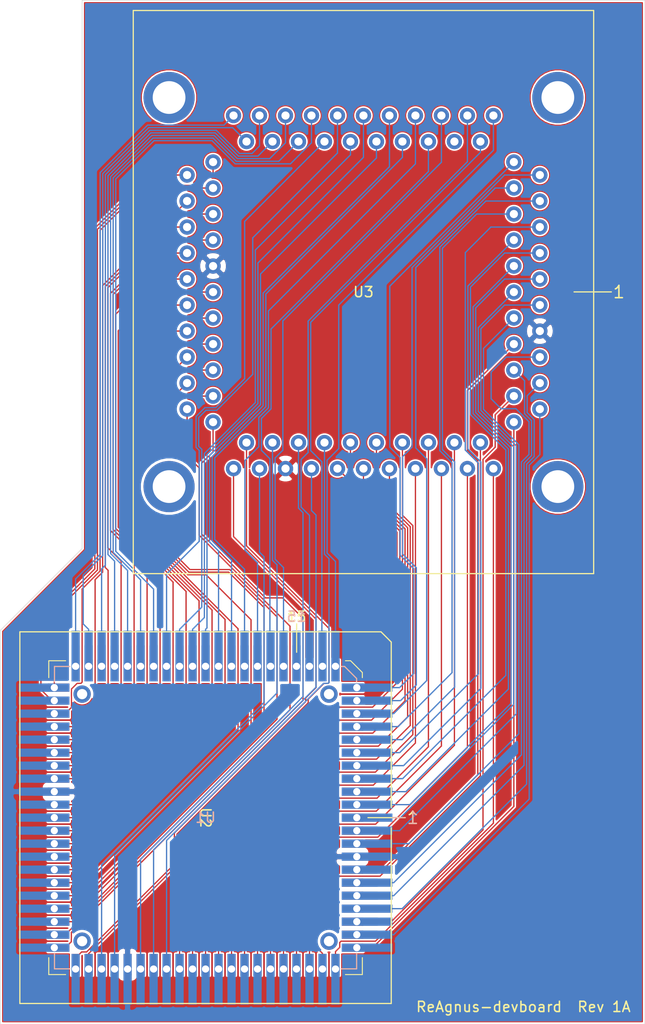
<source format=kicad_pcb>
(kicad_pcb (version 20171130) (host pcbnew "(5.1.6-0)")
  (layers (0 F.Cu signal) (1 GND.Cu power) (2 VCC.Cu power) (31 B.Cu signal) (34 B.Paste user) (35 F.Paste user) (36 B.SilkS user) (37 F.SilkS user) (38 B.Mask user) (39 F.Mask user) (44 Edge.Cuts user))
  (net 0 "")
  (net 1 VCC)
  (net 2 GND)
  (net 3 DRD14)
  (net 4 DRD15)
  (net 5 HSYNC)
  (net 6 CSYNC)
  (net 7 VSYNC)
  (net 8 LPEN)
  (net 9 A18)
  (net 10 A17)
  (net 11 A16)
  (net 12 A15)
  (net 13 A14)
  (net 14 A13)
  (net 15 A12)
  (net 16 A11)
  (net 17 A10)
  (net 18 A9)
  (net 19 A8)
  (net 20 A7)
  (net 21 A6)
  (net 22 A5)
  (net 23 A4)
  (net 24 A3)
  (net 25 A2)
  (net 26 A1)
  (net 27 A19)
  (net 28 RAS0)
  (net 29 RAS1)
  (net 30 DRA9)
  (net 31 CASU)
  (net 32 CASL)
  (net 33 UDS)
  (net 34 LDS)
  (net 35 DRA8)
  (net 36 DRA7)
  (net 37 DRA6)
  (net 38 DRA5)
  (net 39 DRA4)
  (net 40 DRA3)
  (net 41 DRA2)
  (net 42 DRA1)
  (net 43 DRA0)
  (net 44 14M)
  (net 45 CCK)
  (net 46 CCKQ)
  (net 47 7M)
  (net 48 CDAC)
  (net 49 A20)
  (net 50 28M)
  (net 51 RGA1)
  (net 52 RGA2)
  (net 53 RGA3)
  (net 54 RGA4)
  (net 55 RGA5)
  (net 56 RGA6)
  (net 57 RGA7)
  (net 58 RGA8)
  (net 59 RAMEN)
  (net 60 AS)
  (net 61 REGEN)
  (net 62 RW)
  (net 63 WE)
  (net 64 BLIT)
  (net 65 BLISS)
  (net 66 DMAL)
  (net 67 INTR)
  (net 68 RESET)
  (net 69 DRD0)
  (net 70 DRD1)
  (net 71 DRD2)
  (net 72 DRD3)
  (net 73 DRD4)
  (net 74 DRD5)
  (net 75 DRD6)
  (net 76 DRD7)
  (net 77 DRD8)
  (net 78 DRD9)
  (net 79 DRD10)
  (net 80 DRD11)
  (net 81 DRD12)
  (net 82 DRD13)
  (net 83 "Net-(J3-Pad1)")
  (net 84 "Net-(J4-Pad1)")
  (net 85 "Net-(J5-Pad1)")
  (net 86 "Net-(J6-Pad1)")
  (module Agnus:PLCC-84_Yamaichi_IC51-0844-401-1_Clamshell_THT-Socket (layer F.Cu) (at 152.8 64.8 90)
    (fp_text reference U3 (at 0 0 unlocked) (layer F.SilkS))
    (fp_text value Agnus_8375_socket)
    (pad "" thru_hole circle (at -19 19 90) (size 5 5) (drill 3.2) (layers *.Cu *.Mask))
    (pad "" thru_hole circle (at -19 -19 90) (size 5 5) (drill 3.2) (layers *.Cu *.Mask))
    (pad "" thru_hole circle (at 19 -19 90) (size 5 5) (drill 3.2) (layers *.Cu *.Mask))
    (pad "" thru_hole circle (at 19 19 90) (size 5 5) (drill 3.2) (layers *.Cu *.Mask))
    (pad 12 thru_hole circle (at 17.24 12.7 90) (size 1.5 1.5) (drill 0.8) (layers *.Cu *.Mask) (net 71 DRD2))
    (pad 22 thru_hole circle (at 17.24 0 90) (size 1.5 1.5) (drill 0.8) (layers *.Cu *.Mask) (net 62 RW))
    (pad 14 thru_hole circle (at 17.24 10.16 90) (size 1.5 1.5) (drill 0.8) (layers *.Cu *.Mask) (net 69 DRD0))
    (pad 16 thru_hole circle (at 17.24 7.62 90) (size 1.5 1.5) (drill 0.8) (layers *.Cu *.Mask) (net 68 RESET))
    (pad 20 thru_hole circle (at 17.24 2.54 90) (size 1.5 1.5) (drill 0.8) (layers *.Cu *.Mask) (net 64 BLIT))
    (pad 18 thru_hole circle (at 17.24 5.08 90) (size 1.5 1.5) (drill 0.8) (layers *.Cu *.Mask) (net 66 DMAL))
    (pad 32 thru_hole circle (at 17.24 -12.7 90) (size 1.5 1.5) (drill 0.8) (layers *.Cu *.Mask) (net 52 RGA2))
    (pad 30 thru_hole circle (at 17.24 -10.16 90) (size 1.5 1.5) (drill 0.8) (layers *.Cu *.Mask) (net 54 RGA4))
    (pad 28 thru_hole circle (at 17.24 -7.62 90) (size 1.5 1.5) (drill 0.8) (layers *.Cu *.Mask) (net 56 RGA6))
    (pad 26 thru_hole circle (at 17.24 -5.08 90) (size 1.5 1.5) (drill 0.8) (layers *.Cu *.Mask) (net 58 RGA8))
    (pad 24 thru_hole circle (at 17.24 -2.54 90) (size 1.5 1.5) (drill 0.8) (layers *.Cu *.Mask) (net 60 AS))
    (pad 75 thru_hole circle (at -12.7 14.7 90) (size 1.5 1.5) (drill 0.8) (layers *.Cu *.Mask) (net 11 A16))
    (pad 11 thru_hole circle (at 12.7 14.7 90) (size 1.5 1.5) (drill 0.8) (layers *.Cu *.Mask) (net 72 DRD3))
    (pad 9 thru_hole circle (at 10.16 14.7 90) (size 1.5 1.5) (drill 0.8) (layers *.Cu *.Mask) (net 74 DRD5))
    (pad 7 thru_hole circle (at 7.62 14.7 90) (size 1.5 1.5) (drill 0.8) (layers *.Cu *.Mask) (net 76 DRD7))
    (pad 77 thru_hole circle (at -10.16 14.7 90) (size 1.5 1.5) (drill 0.8) (layers *.Cu *.Mask) (net 9 A18))
    (pad 79 thru_hole circle (at -7.62 14.7 90) (size 1.5 1.5) (drill 0.8) (layers *.Cu *.Mask) (net 7 VSYNC))
    (pad 5 thru_hole circle (at 5.08 14.7 90) (size 1.5 1.5) (drill 0.8) (layers *.Cu *.Mask) (net 78 DRD9))
    (pad 81 thru_hole circle (at -5.08 14.7 90) (size 1.5 1.5) (drill 0.8) (layers *.Cu *.Mask) (net 5 HSYNC))
    (pad 83 thru_hole circle (at -2.54 14.7 90) (size 1.5 1.5) (drill 0.8) (layers *.Cu *.Mask) (net 4 DRD15))
    (pad 1 thru_hole circle (at 0 14.7 90) (size 1.5 1.5) (drill 0.8) (layers *.Cu *.Mask) (net 82 DRD13))
    (pad 3 thru_hole circle (at 2.54 14.7 90) (size 1.5 1.5) (drill 0.8) (layers *.Cu *.Mask) (net 80 DRD11))
    (pad 10 thru_hole circle (at 11.43 17.24 90) (size 1.5 1.5) (drill 0.8) (layers *.Cu *.Mask) (net 73 DRD4))
    (pad 8 thru_hole circle (at 8.89 17.24 90) (size 1.5 1.5) (drill 0.8) (layers *.Cu *.Mask) (net 75 DRD6))
    (pad 6 thru_hole circle (at 6.35 17.24 90) (size 1.5 1.5) (drill 0.8) (layers *.Cu *.Mask) (net 77 DRD8))
    (pad 76 thru_hole circle (at -11.43 17.24 90) (size 1.5 1.5) (drill 0.8) (layers *.Cu *.Mask) (net 10 A17))
    (pad 78 thru_hole circle (at -8.89 17.24 90) (size 1.5 1.5) (drill 0.8) (layers *.Cu *.Mask) (net 8 LPEN))
    (pad 4 thru_hole circle (at 3.81 17.24 90) (size 1.5 1.5) (drill 0.8) (layers *.Cu *.Mask) (net 79 DRD10))
    (pad 80 thru_hole circle (at -6.35 17.24 90) (size 1.5 1.5) (drill 0.8) (layers *.Cu *.Mask) (net 6 CSYNC))
    (pad 82 thru_hole circle (at -3.81 17.24 90) (size 1.5 1.5) (drill 0.8) (layers *.Cu *.Mask) (net 2 GND))
    (pad 84 thru_hole circle (at -1.27 17.24 90) (size 1.5 1.5) (drill 0.8) (layers *.Cu *.Mask) (net 3 DRD14))
    (pad 2 thru_hole circle (at 1.27 17.24 90) (size 1.5 1.5) (drill 0.8) (layers *.Cu *.Mask) (net 81 DRD12))
    (pad 21 thru_hole circle (at 14.7 1.27 90) (size 1.5 1.5) (drill 0.8) (layers *.Cu *.Mask) (net 63 WE))
    (pad 13 thru_hole circle (at 14.7 11.43 90) (size 1.5 1.5) (drill 0.8) (layers *.Cu *.Mask) (net 70 DRD1))
    (pad 15 thru_hole circle (at 14.7 8.89 90) (size 1.5 1.5) (drill 0.8) (layers *.Cu *.Mask) (net 1 VCC))
    (pad 19 thru_hole circle (at 14.7 3.81 90) (size 1.5 1.5) (drill 0.8) (layers *.Cu *.Mask) (net 65 BLISS))
    (pad 17 thru_hole circle (at 14.7 6.35 90) (size 1.5 1.5) (drill 0.8) (layers *.Cu *.Mask) (net 67 INTR))
    (pad 31 thru_hole circle (at 14.7 -11.43 90) (size 1.5 1.5) (drill 0.8) (layers *.Cu *.Mask) (net 53 RGA3))
    (pad 29 thru_hole circle (at 14.7 -8.89 90) (size 1.5 1.5) (drill 0.8) (layers *.Cu *.Mask) (net 55 RGA5))
    (pad 27 thru_hole circle (at 14.7 -6.35 90) (size 1.5 1.5) (drill 0.8) (layers *.Cu *.Mask) (net 57 RGA7))
    (pad 25 thru_hole circle (at 14.7 -3.81 90) (size 1.5 1.5) (drill 0.8) (layers *.Cu *.Mask) (net 59 RAMEN))
    (pad 23 thru_hole circle (at 14.7 -1.27 90) (size 1.5 1.5) (drill 0.8) (layers *.Cu *.Mask) (net 61 REGEN))
    (pad 38 thru_hole circle (at 6.35 -17.24 90) (size 1.5 1.5) (drill 0.8) (layers *.Cu *.Mask) (net 46 CCKQ))
    (pad 42 thru_hole circle (at 1.27 -17.24 90) (size 1.5 1.5) (drill 0.8) (layers *.Cu *.Mask) (net 43 DRA0))
    (pad 52 thru_hole circle (at -11.43 -17.24 90) (size 1.5 1.5) (drill 0.8) (layers *.Cu *.Mask) (net 33 UDS))
    (pad 50 thru_hole circle (at -8.89 -17.24 90) (size 1.5 1.5) (drill 0.8) (layers *.Cu *.Mask) (net 35 DRA8))
    (pad 40 thru_hole circle (at 3.81 -17.24 90) (size 1.5 1.5) (drill 0.8) (layers *.Cu *.Mask) (net 44 14M))
    (pad 48 thru_hole circle (at -6.35 -17.24 90) (size 1.5 1.5) (drill 0.8) (layers *.Cu *.Mask) (net 37 DRA6))
    (pad 46 thru_hole circle (at -3.81 -17.24 90) (size 1.5 1.5) (drill 0.8) (layers *.Cu *.Mask) (net 39 DRA4))
    (pad 44 thru_hole circle (at -1.27 -17.24 90) (size 1.5 1.5) (drill 0.8) (layers *.Cu *.Mask) (net 41 DRA2))
    (pad 36 thru_hole circle (at 8.89 -17.24 90) (size 1.5 1.5) (drill 0.8) (layers *.Cu *.Mask) (net 48 CDAC))
    (pad 34 thru_hole circle (at 11.43 -17.24 90) (size 1.5 1.5) (drill 0.8) (layers *.Cu *.Mask) (net 50 28M))
    (pad 33 thru_hole circle (at 12.7 -14.7 90) (size 1.5 1.5) (drill 0.8) (layers *.Cu *.Mask) (net 51 RGA1))
    (pad 35 thru_hole circle (at 10.16 -14.7 90) (size 1.5 1.5) (drill 0.8) (layers *.Cu *.Mask) (net 49 A20))
    (pad 37 thru_hole circle (at 7.62 -14.7 90) (size 1.5 1.5) (drill 0.8) (layers *.Cu *.Mask) (net 47 7M))
    (pad 39 thru_hole circle (at 5.08 -14.7 90) (size 1.5 1.5) (drill 0.8) (layers *.Cu *.Mask) (net 45 CCK))
    (pad 53 thru_hole circle (at -12.7 -14.7 90) (size 1.5 1.5) (drill 0.8) (layers *.Cu *.Mask) (net 32 CASL))
    (pad 51 thru_hole circle (at -10.16 -14.7 90) (size 1.5 1.5) (drill 0.8) (layers *.Cu *.Mask) (net 34 LDS))
    (pad 41 thru_hole circle (at 2.54 -14.7 90) (size 1.5 1.5) (drill 0.8) (layers *.Cu *.Mask) (net 2 GND))
    (pad 49 thru_hole circle (at -7.62 -14.7 90) (size 1.5 1.5) (drill 0.8) (layers *.Cu *.Mask) (net 36 DRA7))
    (pad 47 thru_hole circle (at -5.08 -14.7 90) (size 1.5 1.5) (drill 0.8) (layers *.Cu *.Mask) (net 38 DRA5))
    (pad 45 thru_hole circle (at -2.54 -14.7 90) (size 1.5 1.5) (drill 0.8) (layers *.Cu *.Mask) (net 40 DRA3))
    (pad 43 thru_hole circle (at 0 -14.7 90) (size 1.5 1.5) (drill 0.8) (layers *.Cu *.Mask) (net 42 DRA1))
    (pad 74 thru_hole circle (at -17.24 12.7 90) (size 1.5 1.5) (drill 0.8) (layers *.Cu *.Mask) (net 12 A15))
    (pad 66 thru_hole circle (at -17.24 2.54 90) (size 1.5 1.5) (drill 0.8) (layers *.Cu *.Mask) (net 20 A7))
    (pad 68 thru_hole circle (at -17.24 5.08 90) (size 1.5 1.5) (drill 0.8) (layers *.Cu *.Mask) (net 18 A9))
    (pad 64 thru_hole circle (at -17.24 0 90) (size 1.5 1.5) (drill 0.8) (layers *.Cu *.Mask) (net 22 A5))
    (pad 72 thru_hole circle (at -17.24 10.16 90) (size 1.5 1.5) (drill 0.8) (layers *.Cu *.Mask) (net 14 A13))
    (pad 70 thru_hole circle (at -17.24 7.62 90) (size 1.5 1.5) (drill 0.8) (layers *.Cu *.Mask) (net 16 A11))
    (pad 54 thru_hole circle (at -17.24 -12.7 90) (size 1.5 1.5) (drill 0.8) (layers *.Cu *.Mask) (net 31 CASU))
    (pad 62 thru_hole circle (at -17.24 -2.54 90) (size 1.5 1.5) (drill 0.8) (layers *.Cu *.Mask) (net 24 A3))
    (pad 60 thru_hole circle (at -17.24 -5.08 90) (size 1.5 1.5) (drill 0.8) (layers *.Cu *.Mask) (net 26 A1))
    (pad 56 thru_hole circle (at -17.24 -10.16 90) (size 1.5 1.5) (drill 0.8) (layers *.Cu *.Mask) (net 29 RAS1))
    (pad 58 thru_hole circle (at -17.24 -7.62 90) (size 1.5 1.5) (drill 0.8) (layers *.Cu *.Mask) (net 2 GND))
    (pad 65 thru_hole circle (at -14.7 1.27 90) (size 1.5 1.5) (drill 0.8) (layers *.Cu *.Mask) (net 21 A6))
    (pad 73 thru_hole circle (at -14.7 11.43 90) (size 1.5 1.5) (drill 0.8) (layers *.Cu *.Mask) (net 13 A14))
    (pad 71 thru_hole circle (at -14.7 8.89 90) (size 1.5 1.5) (drill 0.8) (layers *.Cu *.Mask) (net 15 A12))
    (pad 67 thru_hole circle (at -14.7 3.81 90) (size 1.5 1.5) (drill 0.8) (layers *.Cu *.Mask) (net 19 A8))
    (pad 69 thru_hole circle (at -14.7 6.35 90) (size 1.5 1.5) (drill 0.8) (layers *.Cu *.Mask) (net 17 A10))
    (pad 55 thru_hole circle (at -14.7 -11.43 90) (size 1.5 1.5) (drill 0.8) (layers *.Cu *.Mask) (net 30 DRA9))
    (pad 57 thru_hole circle (at -14.7 -8.89 90) (size 1.5 1.5) (drill 0.8) (layers *.Cu *.Mask) (net 28 RAS0))
    (pad 59 thru_hole circle (at -14.7 -6.35 90) (size 1.5 1.5) (drill 0.8) (layers *.Cu *.Mask) (net 27 A19))
    (pad 61 thru_hole circle (at -14.7 -3.81 90) (size 1.5 1.5) (drill 0.8) (layers *.Cu *.Mask) (net 25 A2))
    (pad 63 thru_hole circle (at -14.7 -1.27 90) (size 1.5 1.5) (drill 0.8) (layers *.Cu *.Mask) (net 23 A4))
  )
  (module Agnus:PLCC-84_SMD-Socket_TH_modded (layer F.Cu) (at 137.366 116.134 270)
    (fp_text reference U2 (at 0 0 270 unlocked) (layer F.SilkS))
    (fp_text value ReAgnus_8375_socket hide)
    (pad 74 thru_hole rect (at 14.7828 -12.7 270) (size 2.1 0.8) (drill 0.7 (offset -0.425 0)) (layers *.Cu *.Mask) (net 12 A15))
    (pad 73 thru_hole rect (at 14.7828 -11.43 270) (size 2.1 0.8) (drill 0.7 (offset -0.425 0)) (layers *.Cu *.Mask) (net 13 A14))
    (pad 72 thru_hole rect (at 14.7828 -10.16 270) (size 2.1 0.8) (drill 0.7 (offset -0.425 0)) (layers *.Cu *.Mask) (net 14 A13))
    (pad 71 thru_hole rect (at 14.7828 -8.89 270) (size 2.1 0.8) (drill 0.7 (offset -0.425 0)) (layers *.Cu *.Mask) (net 15 A12))
    (pad 70 thru_hole rect (at 14.7828 -7.62 270) (size 2.1 0.8) (drill 0.7 (offset -0.425 0)) (layers *.Cu *.Mask) (net 16 A11))
    (pad 69 thru_hole rect (at 14.7828 -6.35 270) (size 2.1 0.8) (drill 0.7 (offset -0.425 0)) (layers *.Cu *.Mask) (net 17 A10))
    (pad 68 thru_hole rect (at 14.7828 -5.08 270) (size 2.1 0.8) (drill 0.7 (offset -0.425 0)) (layers *.Cu *.Mask) (net 18 A9))
    (pad 67 thru_hole rect (at 14.7828 -3.81 270) (size 2.1 0.8) (drill 0.7 (offset -0.425 0)) (layers *.Cu *.Mask) (net 19 A8))
    (pad 66 thru_hole rect (at 14.7828 -2.54 270) (size 2.1 0.8) (drill 0.7 (offset -0.425 0)) (layers *.Cu *.Mask) (net 20 A7))
    (pad 65 thru_hole rect (at 14.7828 -1.27 270) (size 2.1 0.8) (drill 0.7 (offset -0.425 0)) (layers *.Cu *.Mask) (net 21 A6))
    (pad 64 thru_hole rect (at 14.7828 0 270) (size 2.1 0.8) (drill 0.7 (offset -0.425 0)) (layers *.Cu *.Mask) (net 22 A5))
    (pad 63 thru_hole rect (at 14.7828 1.27 270) (size 2.1 0.8) (drill 0.7 (offset -0.425 0)) (layers *.Cu *.Mask) (net 23 A4))
    (pad 62 thru_hole rect (at 14.7828 2.54 270) (size 2.1 0.8) (drill 0.7 (offset -0.425 0)) (layers *.Cu *.Mask) (net 24 A3))
    (pad 61 thru_hole rect (at 14.7828 3.81 270) (size 2.1 0.8) (drill 0.7 (offset -0.425 0)) (layers *.Cu *.Mask) (net 25 A2))
    (pad 60 thru_hole rect (at 14.7828 5.08 270) (size 2.1 0.8) (drill 0.7 (offset -0.425 0)) (layers *.Cu *.Mask) (net 26 A1))
    (pad 59 thru_hole rect (at 14.7828 6.35 270) (size 2.1 0.8) (drill 0.7 (offset -0.425 0)) (layers *.Cu *.Mask) (net 27 A19))
    (pad 58 thru_hole rect (at 14.7828 7.62 270) (size 2.1 0.8) (drill 0.7 (offset -0.425 0)) (layers *.Cu *.Mask) (net 2 GND))
    (pad 57 thru_hole rect (at 14.7828 8.89 270) (size 2.1 0.8) (drill 0.7 (offset -0.425 0)) (layers *.Cu *.Mask) (net 28 RAS0))
    (pad 56 thru_hole rect (at 14.7828 10.16 270) (size 2.1 0.8) (drill 0.7 (offset -0.425 0)) (layers *.Cu *.Mask) (net 29 RAS1))
    (pad 55 thru_hole rect (at 14.7828 11.43 270) (size 2.1 0.8) (drill 0.7 (offset -0.425 0)) (layers *.Cu *.Mask) (net 30 DRA9))
    (pad 54 thru_hole rect (at 14.7828 12.7 270) (size 2.1 0.8) (drill 0.7 (offset -0.425 0)) (layers *.Cu *.Mask) (net 31 CASU))
    (pad 53 thru_hole rect (at 12.7 14.7828 270) (size 0.8 2.1) (drill 0.7 (offset 0 -0.425)) (layers *.Cu *.Mask) (net 32 CASL))
    (pad 52 thru_hole rect (at 11.43 14.7828 270) (size 0.8 2.1) (drill 0.7 (offset 0 -0.425)) (layers *.Cu *.Mask) (net 33 UDS))
    (pad 51 thru_hole rect (at 10.16 14.7828 270) (size 0.8 2.1) (drill 0.7 (offset 0 -0.425)) (layers *.Cu *.Mask) (net 34 LDS))
    (pad 50 thru_hole rect (at 8.89 14.7828 270) (size 0.8 2.1) (drill 0.7 (offset 0 -0.425)) (layers *.Cu *.Mask) (net 35 DRA8))
    (pad 49 thru_hole rect (at 7.62 14.7828 270) (size 0.8 2.1) (drill 0.7 (offset 0 -0.425)) (layers *.Cu *.Mask) (net 36 DRA7))
    (pad 48 thru_hole rect (at 6.35 14.7828 270) (size 0.8 2.1) (drill 0.7 (offset 0 -0.425)) (layers *.Cu *.Mask) (net 37 DRA6))
    (pad 47 thru_hole rect (at 5.08 14.7828 270) (size 0.8 2.1) (drill 0.7 (offset 0 -0.425)) (layers *.Cu *.Mask) (net 38 DRA5))
    (pad 46 thru_hole rect (at 3.81 14.7828 270) (size 0.8 2.1) (drill 0.7 (offset 0 -0.425)) (layers *.Cu *.Mask) (net 39 DRA4))
    (pad 45 thru_hole rect (at 2.54 14.7828 270) (size 0.8 2.1) (drill 0.7 (offset 0 -0.425)) (layers *.Cu *.Mask) (net 40 DRA3))
    (pad 44 thru_hole rect (at 1.27 14.7828 270) (size 0.8 2.1) (drill 0.7 (offset 0 -0.425)) (layers *.Cu *.Mask) (net 41 DRA2))
    (pad 43 thru_hole rect (at 0 14.7828 270) (size 0.8 2.1) (drill 0.7 (offset 0 -0.425)) (layers *.Cu *.Mask) (net 42 DRA1))
    (pad 42 thru_hole rect (at -1.27 14.7828 270) (size 0.8 2.1) (drill 0.7 (offset 0 -0.425)) (layers *.Cu *.Mask) (net 43 DRA0))
    (pad 41 thru_hole rect (at -2.54 14.7828 270) (size 0.8 2.1) (drill 0.7 (offset 0 -0.425)) (layers *.Cu *.Mask) (net 2 GND))
    (pad 40 thru_hole rect (at -3.81 14.7828 270) (size 0.8 2.1) (drill 0.7 (offset 0 -0.425)) (layers *.Cu *.Mask) (net 44 14M))
    (pad 39 thru_hole rect (at -5.08 14.7828 270) (size 0.8 2.1) (drill 0.7 (offset 0 -0.425)) (layers *.Cu *.Mask) (net 45 CCK))
    (pad 38 thru_hole rect (at -6.35 14.7828 270) (size 0.8 2.1) (drill 0.7 (offset 0 -0.425)) (layers *.Cu *.Mask) (net 46 CCKQ))
    (pad 37 thru_hole rect (at -7.62 14.7828 270) (size 0.8 2.1) (drill 0.7 (offset 0 -0.425)) (layers *.Cu *.Mask) (net 47 7M))
    (pad 36 thru_hole rect (at -8.89 14.7828 270) (size 0.8 2.1) (drill 0.7 (offset 0 -0.425)) (layers *.Cu *.Mask) (net 48 CDAC))
    (pad 35 thru_hole rect (at -10.16 14.7828 270) (size 0.8 2.1) (drill 0.7 (offset 0 -0.425)) (layers *.Cu *.Mask) (net 49 A20))
    (pad 34 thru_hole rect (at -11.43 14.7828 270) (size 0.8 2.1) (drill 0.7 (offset 0 -0.425)) (layers *.Cu *.Mask) (net 50 28M))
    (pad 33 thru_hole rect (at -12.7 14.7828 270) (size 0.8 2.1) (drill 0.7 (offset 0 -0.425)) (layers *.Cu *.Mask) (net 51 RGA1))
    (pad 32 thru_hole rect (at -14.7828 12.7 270) (size 2.1 0.8) (drill 0.7 (offset 0.425 0)) (layers *.Cu *.Mask) (net 52 RGA2))
    (pad 31 thru_hole rect (at -14.7828 11.43 270) (size 2.1 0.8) (drill 0.7 (offset 0.425 0)) (layers *.Cu *.Mask) (net 53 RGA3))
    (pad 30 thru_hole rect (at -14.7828 10.16 270) (size 2.1 0.8) (drill 0.7 (offset 0.425 0)) (layers *.Cu *.Mask) (net 54 RGA4))
    (pad 29 thru_hole rect (at -14.7828 8.89 270) (size 2.1 0.8) (drill 0.7 (offset 0.425 0)) (layers *.Cu *.Mask) (net 55 RGA5))
    (pad 28 thru_hole rect (at -14.7828 7.62 270) (size 2.1 0.8) (drill 0.7 (offset 0.425 0)) (layers *.Cu *.Mask) (net 56 RGA6))
    (pad 27 thru_hole rect (at -14.7828 6.35 270) (size 2.1 0.8) (drill 0.7 (offset 0.425 0)) (layers *.Cu *.Mask) (net 57 RGA7))
    (pad 26 thru_hole rect (at -14.7828 5.08 270) (size 2.1 0.8) (drill 0.7 (offset 0.425 0)) (layers *.Cu *.Mask) (net 58 RGA8))
    (pad 25 thru_hole rect (at -14.7828 3.81 270) (size 2.1 0.8) (drill 0.7 (offset 0.425 0)) (layers *.Cu *.Mask) (net 59 RAMEN))
    (pad 24 thru_hole rect (at -14.7828 2.54 270) (size 2.1 0.8) (drill 0.7 (offset 0.425 0)) (layers *.Cu *.Mask) (net 60 AS))
    (pad 23 thru_hole rect (at -14.7828 1.27 270) (size 2.1 0.8) (drill 0.7 (offset 0.425 0)) (layers *.Cu *.Mask) (net 61 REGEN))
    (pad 22 thru_hole rect (at -14.7828 0 270) (size 2.1 0.8) (drill 0.7 (offset 0.425 0)) (layers *.Cu *.Mask) (net 62 RW))
    (pad 21 thru_hole rect (at -14.7828 -1.27 270) (size 2.1 0.8) (drill 0.7 (offset 0.425 0)) (layers *.Cu *.Mask) (net 63 WE))
    (pad 20 thru_hole rect (at -14.7828 -2.54 270) (size 2.1 0.8) (drill 0.7 (offset 0.425 0)) (layers *.Cu *.Mask) (net 64 BLIT))
    (pad 19 thru_hole rect (at -14.7828 -3.81 270) (size 2.1 0.8) (drill 0.7 (offset 0.425 0)) (layers *.Cu *.Mask) (net 65 BLISS))
    (pad 18 thru_hole rect (at -14.7828 -5.08 270) (size 2.1 0.8) (drill 0.7 (offset 0.425 0)) (layers *.Cu *.Mask) (net 66 DMAL))
    (pad 17 thru_hole rect (at -14.7828 -6.35 270) (size 2.1 0.8) (drill 0.7 (offset 0.425 0)) (layers *.Cu *.Mask) (net 67 INTR))
    (pad 16 thru_hole rect (at -14.7828 -7.62 270) (size 2.1 0.8) (drill 0.7 (offset 0.425 0)) (layers *.Cu *.Mask) (net 68 RESET))
    (pad 15 thru_hole rect (at -14.7828 -8.89 270) (size 2.1 0.8) (drill 0.7 (offset 0.425 0)) (layers *.Cu *.Mask) (net 1 VCC))
    (pad 14 thru_hole rect (at -14.7828 -10.16 270) (size 2.1 0.8) (drill 0.7 (offset 0.425 0)) (layers *.Cu *.Mask) (net 69 DRD0))
    (pad 13 thru_hole rect (at -14.7828 -11.43 270) (size 2.1 0.8) (drill 0.7 (offset 0.425 0)) (layers *.Cu *.Mask) (net 70 DRD1))
    (pad 12 thru_hole rect (at -14.7828 -12.7 270) (size 2.1 0.8) (drill 0.7 (offset 0.425 0)) (layers *.Cu *.Mask) (net 71 DRD2))
    (pad 75 thru_hole rect (at 12.7 -14.7828 270) (size 0.8 2.1) (drill 0.7 (offset 0 0.425)) (layers *.Cu *.Mask) (net 11 A16))
    (pad 76 thru_hole rect (at 11.43 -14.7828 270) (size 0.8 2.1) (drill 0.7 (offset 0 0.425)) (layers *.Cu *.Mask) (net 10 A17))
    (pad 77 thru_hole rect (at 10.16 -14.7828 270) (size 0.8 2.1) (drill 0.7 (offset 0 0.425)) (layers *.Cu *.Mask) (net 9 A18))
    (pad 78 thru_hole rect (at 8.89 -14.7828 270) (size 0.8 2.1) (drill 0.7 (offset 0 0.425)) (layers *.Cu *.Mask) (net 8 LPEN))
    (pad 79 thru_hole rect (at 7.62 -14.7828 270) (size 0.8 2.1) (drill 0.7 (offset 0 0.425)) (layers *.Cu *.Mask) (net 7 VSYNC))
    (pad 80 thru_hole rect (at 6.35 -14.7828 270) (size 0.8 2.1) (drill 0.7 (offset 0 0.425)) (layers *.Cu *.Mask) (net 6 CSYNC))
    (pad 81 thru_hole rect (at 5.08 -14.7828 270) (size 0.8 2.1) (drill 0.7 (offset 0 0.425)) (layers *.Cu *.Mask) (net 5 HSYNC))
    (pad 82 thru_hole rect (at 3.81 -14.7828 270) (size 0.8 2.1) (drill 0.7 (offset 0 0.425)) (layers *.Cu *.Mask) (net 2 GND))
    (pad 83 thru_hole rect (at 2.54 -14.7828 270) (size 0.8 2.1) (drill 0.7 (offset 0 0.425)) (layers *.Cu *.Mask) (net 4 DRD15))
    (pad 84 thru_hole rect (at 1.27 -14.7828 270) (size 0.8 2.1) (drill 0.7 (offset 0 0.425)) (layers *.Cu *.Mask) (net 3 DRD14))
    (pad 11 thru_hole rect (at -12.7 -14.7828 270) (size 0.8 2.1) (drill 0.7 (offset 0 0.425)) (layers *.Cu *.Mask) (net 72 DRD3))
    (pad 10 thru_hole rect (at -11.43 -14.7828 270) (size 0.8 2.1) (drill 0.7 (offset 0 0.425)) (layers *.Cu *.Mask) (net 73 DRD4))
    (pad 9 thru_hole rect (at -10.16 -14.7828 270) (size 0.8 2.1) (drill 0.7 (offset 0 0.425)) (layers *.Cu *.Mask) (net 74 DRD5))
    (pad 8 thru_hole rect (at -8.89 -14.7828 270) (size 0.8 2.1) (drill 0.7 (offset 0 0.425)) (layers *.Cu *.Mask) (net 75 DRD6))
    (pad 7 thru_hole rect (at -7.62 -14.7828 270) (size 0.8 2.1) (drill 0.7 (offset 0 0.425)) (layers *.Cu *.Mask) (net 76 DRD7))
    (pad 6 thru_hole rect (at -6.35 -14.7828 270) (size 0.8 2.1) (drill 0.7 (offset 0 0.425)) (layers *.Cu *.Mask) (net 77 DRD8))
    (pad 5 thru_hole rect (at -5.08 -14.7828 270) (size 0.8 2.1) (drill 0.7 (offset 0 0.425)) (layers *.Cu *.Mask) (net 78 DRD9))
    (pad 4 thru_hole rect (at -3.81 -14.7828 270) (size 0.8 2.1) (drill 0.7 (offset 0 0.425)) (layers *.Cu *.Mask) (net 79 DRD10))
    (pad 3 thru_hole rect (at -2.54 -14.7828 270) (size 0.8 2.1) (drill 0.7 (offset 0 0.425)) (layers *.Cu *.Mask) (net 80 DRD11))
    (pad 2 thru_hole rect (at -1.27 -14.7828 270) (size 0.8 2.1) (drill 0.7 (offset 0 0.425)) (layers *.Cu *.Mask) (net 81 DRD12))
    (pad 1 thru_hole rect (at 0 -14.7828 270) (size 0.8 2.1) (drill 0.7 (offset 0 0.425)) (layers *.Cu *.Mask) (net 82 DRD13))
  )
  (module Agnus:PLCC-84_Plug_P1.27mm_mirrored (layer B.Cu) (at 137.366 116.134 180)
    (fp_text reference U1 (at 0 -0.001) (layer B.SilkS) (effects (justify mirror)))
    (fp_text value PLCC-84-Plug)
    (pad 22 smd rect (at 0 16.764 180) (size 0.8 3) (layers B.Cu B.Paste B.Mask) (net 62 RW))
    (pad 21 smd rect (at -1.27 16.764 180) (size 0.8 3) (layers B.Cu B.Paste B.Mask) (net 63 WE))
    (pad 20 smd rect (at -2.54 16.764 180) (size 0.8 3) (layers B.Cu B.Paste B.Mask) (net 64 BLIT))
    (pad 19 smd rect (at -3.81 16.764 180) (size 0.8 3) (layers B.Cu B.Paste B.Mask) (net 65 BLISS))
    (pad 18 smd rect (at -5.08 16.764 180) (size 0.8 3) (layers B.Cu B.Paste B.Mask) (net 66 DMAL))
    (pad 17 smd rect (at -6.35 16.764 180) (size 0.8 3) (layers B.Cu B.Paste B.Mask) (net 67 INTR))
    (pad 16 smd rect (at -7.62 16.764 180) (size 0.8 3) (layers B.Cu B.Paste B.Mask) (net 68 RESET))
    (pad 15 smd rect (at -8.89 16.764 180) (size 0.8 3) (layers B.Cu B.Paste B.Mask) (net 1 VCC))
    (pad 14 smd rect (at -10.16 16.764 180) (size 0.8 3) (layers B.Cu B.Paste B.Mask) (net 69 DRD0))
    (pad 13 smd rect (at -11.43 16.764 180) (size 0.8 3) (layers B.Cu B.Paste B.Mask) (net 70 DRD1))
    (pad 12 smd rect (at -12.7 16.764 180) (size 0.8 3) (layers B.Cu B.Paste B.Mask) (net 71 DRD2))
    (pad 11 smd rect (at -16.764 12.7 180) (size 3 0.8) (layers B.Cu B.Paste B.Mask) (net 72 DRD3))
    (pad 10 smd rect (at -16.764 11.43 180) (size 3 0.8) (layers B.Cu B.Paste B.Mask) (net 73 DRD4))
    (pad 9 smd rect (at -16.764 10.16 180) (size 3 0.8) (layers B.Cu B.Paste B.Mask) (net 74 DRD5))
    (pad 8 smd rect (at -16.764 8.89 180) (size 3 0.8) (layers B.Cu B.Paste B.Mask) (net 75 DRD6))
    (pad 7 smd rect (at -16.764 7.62 180) (size 3 0.8) (layers B.Cu B.Paste B.Mask) (net 76 DRD7))
    (pad 6 smd rect (at -16.764 6.35 180) (size 3 0.8) (layers B.Cu B.Paste B.Mask) (net 77 DRD8))
    (pad 5 smd rect (at -16.764 5.08 180) (size 3 0.8) (layers B.Cu B.Paste B.Mask) (net 78 DRD9))
    (pad 4 smd rect (at -16.764 3.81 180) (size 3 0.8) (layers B.Cu B.Paste B.Mask) (net 79 DRD10))
    (pad 3 smd rect (at -16.764 2.54 180) (size 3 0.8) (layers B.Cu B.Paste B.Mask) (net 80 DRD11))
    (pad 2 smd rect (at -16.764 1.27 180) (size 3 0.8) (layers B.Cu B.Paste B.Mask) (net 81 DRD12))
    (pad 1 smd rect (at -16.764 0 180) (size 3 0.8) (layers B.Cu B.Paste B.Mask) (net 82 DRD13))
    (pad 84 smd rect (at -16.764 -1.27 180) (size 3 0.8) (layers B.Cu B.Paste B.Mask) (net 3 DRD14))
    (pad 83 smd rect (at -16.764 -2.54 180) (size 3 0.8) (layers B.Cu B.Paste B.Mask) (net 4 DRD15))
    (pad 82 smd rect (at -16.764 -3.81 180) (size 3 0.8) (layers B.Cu B.Paste B.Mask) (net 2 GND))
    (pad 81 smd rect (at -16.764 -5.08 180) (size 3 0.8) (layers B.Cu B.Paste B.Mask) (net 5 HSYNC))
    (pad 80 smd rect (at -16.764 -6.35 180) (size 3 0.8) (layers B.Cu B.Paste B.Mask) (net 6 CSYNC))
    (pad 79 smd rect (at -16.764 -7.62 180) (size 3 0.8) (layers B.Cu B.Paste B.Mask) (net 7 VSYNC))
    (pad 78 smd rect (at -16.764 -8.89 180) (size 3 0.8) (layers B.Cu B.Paste B.Mask) (net 8 LPEN))
    (pad 77 smd rect (at -16.764 -10.16 180) (size 3 0.8) (layers B.Cu B.Paste B.Mask) (net 9 A18))
    (pad 76 smd rect (at -16.764 -11.43 180) (size 3 0.8) (layers B.Cu B.Paste B.Mask) (net 10 A17))
    (pad 75 smd rect (at -16.764 -12.7 180) (size 3 0.8) (layers B.Cu B.Paste B.Mask) (net 11 A16))
    (pad 74 smd rect (at -12.7 -16.764 180) (size 0.8 3) (layers B.Cu B.Paste B.Mask) (net 12 A15))
    (pad 73 smd rect (at -11.43 -16.764 180) (size 0.8 3) (layers B.Cu B.Paste B.Mask) (net 13 A14))
    (pad 72 smd rect (at -10.16 -16.764 180) (size 0.8 3) (layers B.Cu B.Paste B.Mask) (net 14 A13))
    (pad 71 smd rect (at -8.89 -16.764 180) (size 0.8 3) (layers B.Cu B.Paste B.Mask) (net 15 A12))
    (pad 70 smd rect (at -7.62 -16.764 180) (size 0.8 3) (layers B.Cu B.Paste B.Mask) (net 16 A11))
    (pad 69 smd rect (at -6.35 -16.764 180) (size 0.8 3) (layers B.Cu B.Paste B.Mask) (net 17 A10))
    (pad 68 smd rect (at -5.08 -16.764 180) (size 0.8 3) (layers B.Cu B.Paste B.Mask) (net 18 A9))
    (pad 67 smd rect (at -3.81 -16.764 180) (size 0.8 3) (layers B.Cu B.Paste B.Mask) (net 19 A8))
    (pad 66 smd rect (at -2.54 -16.764 180) (size 0.8 3) (layers B.Cu B.Paste B.Mask) (net 20 A7))
    (pad 65 smd rect (at -1.27 -16.764 180) (size 0.8 3) (layers B.Cu B.Paste B.Mask) (net 21 A6))
    (pad 64 smd rect (at 0 -16.764 180) (size 0.8 3) (layers B.Cu B.Paste B.Mask) (net 22 A5))
    (pad 63 smd rect (at 1.27 -16.764 180) (size 0.8 3) (layers B.Cu B.Paste B.Mask) (net 23 A4))
    (pad 62 smd rect (at 2.54 -16.764 180) (size 0.8 3) (layers B.Cu B.Paste B.Mask) (net 24 A3))
    (pad 61 smd rect (at 3.81 -16.764 180) (size 0.8 3) (layers B.Cu B.Paste B.Mask) (net 25 A2))
    (pad 60 smd rect (at 5.08 -16.764 180) (size 0.8 3) (layers B.Cu B.Paste B.Mask) (net 26 A1))
    (pad 59 smd rect (at 6.35 -16.764 180) (size 0.8 3) (layers B.Cu B.Paste B.Mask) (net 27 A19))
    (pad 58 smd rect (at 7.62 -16.764 180) (size 0.8 3) (layers B.Cu B.Paste B.Mask) (net 2 GND))
    (pad 57 smd rect (at 8.89 -16.764 180) (size 0.8 3) (layers B.Cu B.Paste B.Mask) (net 28 RAS0))
    (pad 56 smd rect (at 10.16 -16.764 180) (size 0.8 3) (layers B.Cu B.Paste B.Mask) (net 29 RAS1))
    (pad 55 smd rect (at 11.43 -16.764 180) (size 0.8 3) (layers B.Cu B.Paste B.Mask) (net 30 DRA9))
    (pad 54 smd rect (at 12.7 -16.764 180) (size 0.8 3) (layers B.Cu B.Paste B.Mask) (net 31 CASU))
    (pad 53 smd rect (at 16.764 -12.7 180) (size 3 0.8) (layers B.Cu B.Paste B.Mask) (net 32 CASL))
    (pad 52 smd rect (at 16.764 -11.43 180) (size 3 0.8) (layers B.Cu B.Paste B.Mask) (net 33 UDS))
    (pad 51 smd rect (at 16.764 -10.16 180) (size 3 0.8) (layers B.Cu B.Paste B.Mask) (net 34 LDS))
    (pad 50 smd rect (at 16.764 -8.89 180) (size 3 0.8) (layers B.Cu B.Paste B.Mask) (net 35 DRA8))
    (pad 49 smd rect (at 16.764 -7.62 180) (size 3 0.8) (layers B.Cu B.Paste B.Mask) (net 36 DRA7))
    (pad 48 smd rect (at 16.764 -6.35 180) (size 3 0.8) (layers B.Cu B.Paste B.Mask) (net 37 DRA6))
    (pad 47 smd rect (at 16.764 -5.08 180) (size 3 0.8) (layers B.Cu B.Paste B.Mask) (net 38 DRA5))
    (pad 46 smd rect (at 16.764 -3.81 180) (size 3 0.8) (layers B.Cu B.Paste B.Mask) (net 39 DRA4))
    (pad 45 smd rect (at 16.764 -2.54 180) (size 3 0.8) (layers B.Cu B.Paste B.Mask) (net 40 DRA3))
    (pad 44 smd rect (at 16.764 -1.27 180) (size 3 0.8) (layers B.Cu B.Paste B.Mask) (net 41 DRA2))
    (pad 43 smd rect (at 16.764 0 180) (size 3 0.8) (layers B.Cu B.Paste B.Mask) (net 42 DRA1))
    (pad 42 smd rect (at 16.764 1.27 180) (size 3 0.8) (layers B.Cu B.Paste B.Mask) (net 43 DRA0))
    (pad 41 smd rect (at 16.764 2.54 180) (size 3 0.8) (layers B.Cu B.Paste B.Mask) (net 2 GND))
    (pad 40 smd rect (at 16.764 3.81 180) (size 3 0.8) (layers B.Cu B.Paste B.Mask) (net 44 14M))
    (pad 39 smd rect (at 16.764 5.08 180) (size 3 0.8) (layers B.Cu B.Paste B.Mask) (net 45 CCK))
    (pad 38 smd rect (at 16.764 6.35 180) (size 3 0.8) (layers B.Cu B.Paste B.Mask) (net 46 CCKQ))
    (pad 37 smd rect (at 16.764 7.62 180) (size 3 0.8) (layers B.Cu B.Paste B.Mask) (net 47 7M))
    (pad 36 smd rect (at 16.764 8.89 180) (size 3 0.8) (layers B.Cu B.Paste B.Mask) (net 48 CDAC))
    (pad 35 smd rect (at 16.764 10.16 180) (size 3 0.8) (layers B.Cu B.Paste B.Mask) (net 49 A20))
    (pad 34 smd rect (at 16.764 11.43 180) (size 3 0.8) (layers B.Cu B.Paste B.Mask) (net 50 28M))
    (pad 33 smd rect (at 16.764 12.7 180) (size 3 0.8) (layers B.Cu B.Paste B.Mask) (net 51 RGA1))
    (pad 32 smd rect (at 12.7 16.764 180) (size 0.8 3) (layers B.Cu B.Paste B.Mask) (net 52 RGA2))
    (pad 31 smd rect (at 11.43 16.764 180) (size 0.8 3) (layers B.Cu B.Paste B.Mask) (net 53 RGA3))
    (pad 30 smd rect (at 10.16 16.764 180) (size 0.8 3) (layers B.Cu B.Paste B.Mask) (net 54 RGA4))
    (pad 29 smd rect (at 8.89 16.764 180) (size 0.8 3) (layers B.Cu B.Paste B.Mask) (net 55 RGA5))
    (pad 28 smd rect (at 7.62 16.764 180) (size 0.8 3) (layers B.Cu B.Paste B.Mask) (net 56 RGA6))
    (pad 27 smd rect (at 6.35 16.764 180) (size 0.8 3) (layers B.Cu B.Paste B.Mask) (net 57 RGA7))
    (pad 26 smd rect (at 5.08 16.764 180) (size 0.8 3) (layers B.Cu B.Paste B.Mask) (net 58 RGA8))
    (pad 25 smd rect (at 3.81 16.764 180) (size 0.8 3) (layers B.Cu B.Paste B.Mask) (net 59 RAMEN))
    (pad 24 smd rect (at 2.54 16.764 180) (size 0.8 3) (layers B.Cu B.Paste B.Mask) (net 60 AS))
    (pad 23 smd rect (at 1.27 16.764 180) (size 0.8 3) (layers B.Cu B.Paste B.Mask) (net 61 REGEN))
  )
  (module Connector_PinHeader_2.54mm:PinHeader_1x01_P2.54mm_Vertical (layer F.Cu) (at 125.301 128.199 270)
    (fp_text reference J6 hide)
    (fp_text value Conn_01x01 hide)
    (pad 1 thru_hole oval (at 0 0 270) (size 1.7 1.7) (drill 1) (layers *.Cu *.Mask) (net 86 "Net-(J6-Pad1)"))
  )
  (module Connector_PinHeader_2.54mm:PinHeader_1x01_P2.54mm_Vertical (layer F.Cu) (at 149.431 128.199)
    (fp_text reference J5 hide)
    (fp_text value Conn_01x01 hide)
    (pad 1 thru_hole circle (at 0 0) (size 1.7 1.7) (drill 1) (layers *.Cu *.Mask) (net 85 "Net-(J5-Pad1)"))
  )
  (module Connector_PinHeader_2.54mm:PinHeader_1x01_P2.54mm_Vertical (layer F.Cu) (at 149.431 104.069 90)
    (fp_text reference J4 hide)
    (fp_text value Conn_01x01 hide)
    (pad 1 thru_hole oval (at 0 0 90) (size 1.7 1.7) (drill 1) (layers *.Cu *.Mask) (net 84 "Net-(J4-Pad1)"))
  )
  (module Connector_PinHeader_2.54mm:PinHeader_1x01_P2.54mm_Vertical (layer F.Cu) (at 125.301 104.069 180)
    (fp_text reference J3 hide)
    (fp_text value Conn_01x01 hide)
    (pad 1 thru_hole oval (at 0 0 180) (size 1.7 1.7) (drill 1) (layers *.Cu *.Mask) (net 83 "Net-(J3-Pad1)"))
  )
  (gr_line (start 125.3 36.3) (end 125.301 89.845) (layer Edge.Cuts) (width 0.05))
  (gr_line (start 125.3 47.3) (end 125.3 47.3) (layer Edge.Cuts) (width 0.05))
  (gr_line (start 117.3 97.846) (end 125.301 89.845) (layer Edge.Cuts) (width 0.05))
  (gr_line (start 177.0296 64.7855) (end 173.3847 64.7855) (layer F.SilkS) (width 0.12))
  (gr_text 1 (at 177.7662 64.7982) (layer F.SilkS) (effects (font (size 1.2 1.2))))
  (gr_line (start 156.8859 116.134) (end 153.241 116.134) (layer F.SilkS) (width 0.12))
  (gr_line (start 146.2687 97.211) (end 146.2687 99.9796) (layer F.SilkS) (width 0.12))
  (gr_text 15 (at 146.256 96.4998) (layer F.SilkS) (effects (font (size 1 1))))
  (gr_line (start 155.654 116.134) (end 156.8859 116.134) (layer B.SilkS) (width 0.12))
  (gr_text 1 (at 157.6225 116.1467) (layer F.SilkS) (effects (font (size 1.2 1.2))))
  (gr_text 15 (at 146.256 96.4998) (layer B.SilkS) (effects (font (size 1 1)) (justify mirror)))
  (gr_text 1 (at 157.6225 116.1467) (layer B.SilkS) (effects (font (size 1.2 1.2)) (justify mirror)))
  (gr_line (start 117.3 136.3) (end 117.3 97.846) (layer Edge.Cuts) (width 0.05))
  (gr_line (start 180.3 136.3) (end 117.3 136.3) (layer Edge.Cuts) (width 0.05))
  (gr_line (start 180.3 36.3) (end 180.3 136.3) (layer Edge.Cuts) (width 0.05))
  (gr_line (start 125.3 36.3) (end 180.3 36.3) (layer Edge.Cuts) (width 0.05))
  (gr_text "ReAgnus-devboard  Rev 1A" (at 168.4302 134.6125) (layer F.SilkS) (effects (font (size 1 1))))
  (segment (start 146.256 101.3512) (end 146.256 99.37) (width 0.8) (layer B.Cu) (net 1))
  (segment (start 122.5832 113.594) (end 120.602 113.594) (width 0.8) (layer B.Cu) (net 2))
  (segment (start 129.746 130.9168) (end 129.746 132.898) (width 0.8) (layer B.Cu) (net 2))
  (segment (start 152.1488 119.944) (end 154.13 119.944) (width 0.8) (layer B.Cu) (net 2))
  (segment (start 152.1488 117.404) (end 154.13 117.404) (width 0.8) (layer B.Cu) (net 3))
  (segment (start 170.04 66.07) (end 166.589224 66.07) (width 0.127) (layer B.Cu) (net 3))
  (segment (start 166.589224 66.07) (end 164.27736 68.381864) (width 0.127) (layer B.Cu) (net 3))
  (segment (start 164.27736 68.381864) (end 164.27736 76.355864) (width 0.127) (layer B.Cu) (net 3))
  (segment (start 164.27736 76.355864) (end 167.731739 79.810245) (width 0.127) (layer B.Cu) (net 3))
  (segment (start 167.731739 79.810245) (end 167.731739 105.999361) (width 0.127) (layer B.Cu) (net 3))
  (segment (start 156.3271 117.404) (end 154.13 117.404) (width 0.127) (layer B.Cu) (net 3))
  (segment (start 167.731739 105.999361) (end 156.3271 117.404) (width 0.127) (layer B.Cu) (net 3))
  (segment (start 152.1488 118.674) (end 154.13 118.674) (width 0.8) (layer B.Cu) (net 4))
  (segment (start 167.5 67.34) (end 164.53137 70.30863) (width 0.127) (layer B.Cu) (net 4))
  (segment (start 164.53137 70.30863) (end 164.53137 76.25065) (width 0.127) (layer B.Cu) (net 4))
  (segment (start 167.985749 79.705031) (end 167.985749 107.942451) (width 0.127) (layer B.Cu) (net 4))
  (segment (start 164.53137 76.25065) (end 167.985749 79.705031) (width 0.127) (layer B.Cu) (net 4))
  (segment (start 157.2542 118.674) (end 154.13 118.674) (width 0.127) (layer B.Cu) (net 4))
  (segment (start 167.985749 107.942451) (end 157.2542 118.674) (width 0.127) (layer B.Cu) (net 4))
  (segment (start 152.1488 121.214) (end 154.13 121.214) (width 0.8) (layer B.Cu) (net 5))
  (segment (start 152.1488 121.214) (end 154.697876 121.214) (width 0.127) (layer F.Cu) (net 5))
  (segment (start 162.9565 80.2438) (end 162.9565 74.4235) (width 0.127) (layer F.Cu) (net 5))
  (segment (start 162.9565 74.4235) (end 167.5 69.88) (width 0.127) (layer F.Cu) (net 5))
  (segment (start 163.97599 81.26329) (end 162.9565 80.2438) (width 0.127) (layer F.Cu) (net 5))
  (segment (start 163.97599 111.935886) (end 163.97599 81.26329) (width 0.127) (layer F.Cu) (net 5))
  (segment (start 154.697876 121.214) (end 163.97599 111.935886) (width 0.127) (layer F.Cu) (net 5))
  (segment (start 152.1488 122.484) (end 154.13 122.484) (width 0.8) (layer B.Cu) (net 6))
  (segment (start 166.2458 76.1925) (end 167.702676 76.1925) (width 0.127) (layer B.Cu) (net 6))
  (segment (start 165.2806 72.6238) (end 165.2806 75.2273) (width 0.127) (layer B.Cu) (net 6))
  (segment (start 168.976299 80.662901) (end 168.239758 81.399441) (width 0.127) (layer B.Cu) (net 6))
  (segment (start 167.702676 76.1925) (end 168.976299 77.466123) (width 0.127) (layer B.Cu) (net 6))
  (segment (start 170.04 71.15) (end 166.7544 71.15) (width 0.127) (layer B.Cu) (net 6))
  (segment (start 155.757 122.484) (end 154.13 122.484) (width 0.127) (layer B.Cu) (net 6))
  (segment (start 166.7544 71.15) (end 165.2806 72.6238) (width 0.127) (layer B.Cu) (net 6))
  (segment (start 168.976299 77.466123) (end 168.976299 80.662901) (width 0.127) (layer B.Cu) (net 6))
  (segment (start 168.239758 110.001242) (end 155.757 122.484) (width 0.127) (layer B.Cu) (net 6))
  (segment (start 165.2806 75.2273) (end 166.2458 76.1925) (width 0.127) (layer B.Cu) (net 6))
  (segment (start 168.239758 81.399441) (end 168.239758 110.001242) (width 0.127) (layer B.Cu) (net 6))
  (segment (start 152.1488 123.754) (end 154.13 123.754) (width 0.8) (layer B.Cu) (net 7))
  (segment (start 168.5445 73.4645) (end 167.5 72.42) (width 0.127) (layer B.Cu) (net 7))
  (segment (start 168.5445 76.6751) (end 168.5445 73.4645) (width 0.127) (layer B.Cu) (net 7))
  (segment (start 168.493769 81.504655) (end 169.23031 80.768114) (width 0.127) (layer B.Cu) (net 7))
  (segment (start 168.493769 111.017231) (end 168.493769 81.504655) (width 0.127) (layer B.Cu) (net 7))
  (segment (start 169.23031 80.768114) (end 169.23031 77.36091) (width 0.127) (layer B.Cu) (net 7))
  (segment (start 169.23031 77.36091) (end 168.5445 76.6751) (width 0.127) (layer B.Cu) (net 7))
  (segment (start 155.757 123.754) (end 168.493769 111.017231) (width 0.127) (layer B.Cu) (net 7))
  (segment (start 154.13 123.754) (end 155.757 123.754) (width 0.127) (layer B.Cu) (net 7))
  (segment (start 152.1488 125.024) (end 154.13 125.024) (width 0.8) (layer B.Cu) (net 8))
  (segment (start 168.747779 112.857321) (end 156.5811 125.024) (width 0.127) (layer B.Cu) (net 8))
  (segment (start 156.5811 125.024) (end 154.13 125.024) (width 0.127) (layer B.Cu) (net 8))
  (segment (start 168.747779 81.609869) (end 168.747779 112.857321) (width 0.127) (layer B.Cu) (net 8))
  (segment (start 169.48432 80.873328) (end 168.747779 81.609869) (width 0.127) (layer B.Cu) (net 8))
  (segment (start 169.48432 77.255696) (end 169.48432 80.873328) (width 0.127) (layer B.Cu) (net 8))
  (segment (start 168.79851 76.569886) (end 169.48432 77.255696) (width 0.127) (layer B.Cu) (net 8))
  (segment (start 168.79851 74.93149) (end 168.79851 76.569886) (width 0.127) (layer B.Cu) (net 8))
  (segment (start 170.04 73.69) (end 168.79851 74.93149) (width 0.127) (layer B.Cu) (net 8))
  (segment (start 152.1488 126.294) (end 154.13 126.294) (width 0.8) (layer B.Cu) (net 9))
  (segment (start 167.5 74.96) (end 165.6743 76.7857) (width 0.127) (layer F.Cu) (net 9))
  (segment (start 165.6743 76.7857) (end 165.6743 79.9517) (width 0.127) (layer F.Cu) (net 9))
  (segment (start 165.6743 79.9517) (end 164.48401 81.14199) (width 0.127) (layer F.Cu) (net 9))
  (segment (start 164.48401 81.14199) (end 164.48401 117.329742) (width 0.127) (layer F.Cu) (net 9))
  (segment (start 155.519752 126.294) (end 152.1488 126.294) (width 0.127) (layer F.Cu) (net 9))
  (segment (start 164.48401 117.329742) (end 155.519752 126.294) (width 0.127) (layer F.Cu) (net 9))
  (segment (start 152.1488 127.564) (end 154.13 127.564) (width 0.8) (layer B.Cu) (net 10))
  (segment (start 155.757 127.564) (end 169.001789 114.319211) (width 0.127) (layer B.Cu) (net 10))
  (segment (start 154.13 127.564) (end 155.757 127.564) (width 0.127) (layer B.Cu) (net 10))
  (segment (start 169.001789 81.715083) (end 170.04 80.676872) (width 0.127) (layer B.Cu) (net 10))
  (segment (start 170.04 80.676872) (end 170.04 76.23) (width 0.127) (layer B.Cu) (net 10))
  (segment (start 169.001789 114.319211) (end 169.001789 81.715083) (width 0.127) (layer B.Cu) (net 10))
  (segment (start 152.1488 128.834) (end 154.13 128.834) (width 0.8) (layer B.Cu) (net 11))
  (segment (start 153.6982 128.834) (end 152.1488 128.834) (width 0.127) (layer F.Cu) (net 11))
  (segment (start 167.5 115.0322) (end 153.6982 128.834) (width 0.127) (layer F.Cu) (net 11))
  (segment (start 167.5 77.5) (end 167.5 115.0322) (width 0.127) (layer F.Cu) (net 11))
  (segment (start 150.066 130.9168) (end 150.066 132.898) (width 0.8) (layer B.Cu) (net 12))
  (segment (start 150.066 130.9168) (end 150.066 129.215) (width 0.127) (layer F.Cu) (net 12))
  (segment (start 150.483299 128.797701) (end 150.483299 128.327801) (width 0.127) (layer F.Cu) (net 12))
  (segment (start 150.066 129.215) (end 150.483299 128.797701) (width 0.127) (layer F.Cu) (net 12))
  (segment (start 150.483299 128.327801) (end 150.6121 128.199) (width 0.127) (layer F.Cu) (net 12))
  (segment (start 150.6121 128.199) (end 153.973976 128.199) (width 0.127) (layer F.Cu) (net 12))
  (segment (start 165.5 116.672976) (end 153.973976 128.199) (width 0.127) (layer F.Cu) (net 12))
  (segment (start 165.5 82.04) (end 165.5 116.672976) (width 0.127) (layer F.Cu) (net 12))
  (segment (start 148.796 130.9168) (end 148.796 132.898) (width 0.8) (layer B.Cu) (net 13))
  (segment (start 147.78001 128.37681) (end 148.796 129.3928) (width 0.127) (layer F.Cu) (net 13))
  (segment (start 164.23 112.0411) (end 154.4221 121.849) (width 0.127) (layer F.Cu) (net 13))
  (segment (start 154.4221 121.849) (end 149.6977 121.849) (width 0.127) (layer F.Cu) (net 13))
  (segment (start 149.6977 121.849) (end 147.78001 123.76669) (width 0.127) (layer F.Cu) (net 13))
  (segment (start 164.23 79.5) (end 164.23 112.0411) (width 0.127) (layer F.Cu) (net 13))
  (segment (start 148.796 129.3928) (end 148.796 130.9168) (width 0.127) (layer F.Cu) (net 13))
  (segment (start 147.78001 123.76669) (end 147.78001 128.37681) (width 0.127) (layer F.Cu) (net 13))
  (segment (start 147.526 130.9168) (end 147.526 132.898) (width 0.8) (layer B.Cu) (net 14))
  (segment (start 162.96 82.04) (end 162.96 109.2852) (width 0.127) (layer F.Cu) (net 14))
  (segment (start 162.96 109.2852) (end 154.2062 118.039) (width 0.127) (layer F.Cu) (net 14))
  (segment (start 154.2062 118.039) (end 149.1135 118.039) (width 0.127) (layer F.Cu) (net 14))
  (segment (start 147.526 119.6265) (end 147.526 130.9168) (width 0.127) (layer F.Cu) (net 14))
  (segment (start 149.1135 118.039) (end 147.526 119.6265) (width 0.127) (layer F.Cu) (net 14))
  (segment (start 146.256 130.9168) (end 146.256 132.898) (width 0.8) (layer B.Cu) (net 15))
  (segment (start 161.69 79.5) (end 161.69 109.0693) (width 0.127) (layer F.Cu) (net 15))
  (segment (start 161.69 109.0693) (end 153.9903 116.769) (width 0.127) (layer F.Cu) (net 15))
  (segment (start 153.9903 116.769) (end 147.491524 116.769) (width 0.127) (layer F.Cu) (net 15))
  (segment (start 146.256 118.004524) (end 146.256 130.9168) (width 0.127) (layer F.Cu) (net 15))
  (segment (start 147.491524 116.769) (end 146.256 118.004524) (width 0.127) (layer F.Cu) (net 15))
  (segment (start 144.986 130.9168) (end 144.986 132.898) (width 0.8) (layer B.Cu) (net 16))
  (segment (start 160.42 82.04) (end 160.42 109.1328) (width 0.127) (layer F.Cu) (net 16))
  (segment (start 160.42 109.1328) (end 154.0538 115.499) (width 0.127) (layer F.Cu) (net 16))
  (segment (start 154.0538 115.499) (end 148.4023 115.499) (width 0.127) (layer F.Cu) (net 16))
  (segment (start 144.986 118.9153) (end 144.986 130.9168) (width 0.127) (layer F.Cu) (net 16))
  (segment (start 148.4023 115.499) (end 144.986 118.9153) (width 0.127) (layer F.Cu) (net 16))
  (segment (start 143.716 130.9168) (end 143.716 132.898) (width 0.8) (layer B.Cu) (net 17))
  (segment (start 159.15 79.5) (end 159.15 109.209) (width 0.127) (layer F.Cu) (net 17))
  (segment (start 159.15 109.209) (end 154.13 114.229) (width 0.127) (layer F.Cu) (net 17))
  (segment (start 154.13 114.229) (end 146.729524 114.229) (width 0.127) (layer F.Cu) (net 17))
  (segment (start 143.716 117.242524) (end 143.716 130.9168) (width 0.127) (layer F.Cu) (net 17))
  (segment (start 146.729524 114.229) (end 143.716 117.242524) (width 0.127) (layer F.Cu) (net 17))
  (segment (start 142.446 130.9168) (end 142.446 132.898) (width 0.8) (layer B.Cu) (net 18))
  (segment (start 157.88 108.8407) (end 153.7617 112.959) (width 0.127) (layer F.Cu) (net 18))
  (segment (start 153.7617 112.959) (end 147.6403 112.959) (width 0.127) (layer F.Cu) (net 18))
  (segment (start 157.88 82.04) (end 157.88 108.8407) (width 0.127) (layer F.Cu) (net 18))
  (segment (start 147.6403 112.959) (end 142.446 118.1533) (width 0.127) (layer F.Cu) (net 18))
  (segment (start 142.446 118.1533) (end 142.446 130.9168) (width 0.127) (layer F.Cu) (net 18))
  (segment (start 141.176 130.9168) (end 141.176 132.898) (width 0.8) (layer B.Cu) (net 19))
  (segment (start 148.551075 111.689) (end 141.176 119.064075) (width 0.127) (layer F.Cu) (net 19))
  (segment (start 156.61 79.5) (end 156.61 86.593881) (width 0.127) (layer F.Cu) (net 19))
  (segment (start 157.625989 87.60987) (end 157.625989 108.027911) (width 0.127) (layer F.Cu) (net 19))
  (segment (start 141.176 119.064075) (end 141.176 130.9168) (width 0.127) (layer F.Cu) (net 19))
  (segment (start 156.61 86.593881) (end 157.625989 87.60987) (width 0.127) (layer F.Cu) (net 19))
  (segment (start 157.625989 108.027911) (end 153.9649 111.689) (width 0.127) (layer F.Cu) (net 19))
  (segment (start 153.9649 111.689) (end 148.551075 111.689) (width 0.127) (layer F.Cu) (net 19))
  (segment (start 139.906 130.9168) (end 139.906 132.898) (width 0.8) (layer B.Cu) (net 20))
  (segment (start 157.371978 87.715083) (end 157.371978 107.126222) (width 0.127) (layer F.Cu) (net 20))
  (segment (start 154.0792 110.419) (end 143.692396 110.419) (width 0.127) (layer F.Cu) (net 20))
  (segment (start 143.692396 110.419) (end 139.906 114.205396) (width 0.127) (layer F.Cu) (net 20))
  (segment (start 155.34 82.04) (end 155.34 85.683105) (width 0.127) (layer F.Cu) (net 20))
  (segment (start 155.34 85.683105) (end 157.371978 87.715083) (width 0.127) (layer F.Cu) (net 20))
  (segment (start 157.371978 107.126222) (end 154.0792 110.419) (width 0.127) (layer F.Cu) (net 20))
  (segment (start 139.906 114.205396) (end 139.906 130.9168) (width 0.127) (layer F.Cu) (net 20))
  (segment (start 138.636 130.9168) (end 138.636 132.898) (width 0.8) (layer B.Cu) (net 21))
  (segment (start 154.07 79.5) (end 154.07 84.772329) (width 0.127) (layer F.Cu) (net 21))
  (segment (start 154.07 84.772329) (end 157.117967 87.820296) (width 0.127) (layer F.Cu) (net 21))
  (segment (start 157.117967 106.288033) (end 154.257 109.149) (width 0.127) (layer F.Cu) (net 21))
  (segment (start 157.117967 87.820296) (end 157.117967 106.288033) (width 0.127) (layer F.Cu) (net 21))
  (segment (start 144.603172 109.149) (end 138.636 115.116172) (width 0.127) (layer F.Cu) (net 21))
  (segment (start 138.636 115.116172) (end 138.636 130.9168) (width 0.127) (layer F.Cu) (net 21))
  (segment (start 154.257 109.149) (end 144.603172 109.149) (width 0.127) (layer F.Cu) (net 21))
  (segment (start 137.366 130.9168) (end 137.366 132.898) (width 0.8) (layer B.Cu) (net 22))
  (segment (start 156.863956 104.725944) (end 153.7109 107.879) (width 0.127) (layer F.Cu) (net 22))
  (segment (start 152.8 82.04) (end 152.8 83.861553) (width 0.127) (layer F.Cu) (net 22))
  (segment (start 152.8 83.861553) (end 156.863956 87.925509) (width 0.127) (layer F.Cu) (net 22))
  (segment (start 137.366 116.026948) (end 137.366 130.9168) (width 0.127) (layer F.Cu) (net 22))
  (segment (start 145.513948 107.879) (end 137.366 116.026948) (width 0.127) (layer F.Cu) (net 22))
  (segment (start 156.863956 87.925509) (end 156.863956 104.725944) (width 0.127) (layer F.Cu) (net 22))
  (segment (start 153.7109 107.879) (end 145.513948 107.879) (width 0.127) (layer F.Cu) (net 22))
  (segment (start 136.096 130.9168) (end 136.096 132.898) (width 0.8) (layer B.Cu) (net 23))
  (segment (start 136.096 116.937724) (end 136.096 130.9168) (width 0.127) (layer F.Cu) (net 23))
  (segment (start 153.5839 106.609) (end 146.424724 106.609) (width 0.127) (layer F.Cu) (net 23))
  (segment (start 156.609945 88.030722) (end 156.609945 103.582955) (width 0.127) (layer F.Cu) (net 23))
  (segment (start 156.609945 103.582955) (end 153.5839 106.609) (width 0.127) (layer F.Cu) (net 23))
  (segment (start 146.424724 106.609) (end 136.096 116.937724) (width 0.127) (layer F.Cu) (net 23))
  (segment (start 151.53 79.5) (end 151.53 82.950777) (width 0.127) (layer F.Cu) (net 23))
  (segment (start 151.53 82.950777) (end 156.609945 88.030722) (width 0.127) (layer F.Cu) (net 23))
  (segment (start 134.826 130.9168) (end 134.826 132.898) (width 0.8) (layer B.Cu) (net 24))
  (segment (start 156.355934 88.135934) (end 156.355934 102.681266) (width 0.127) (layer F.Cu) (net 24))
  (segment (start 134.826 117.8485) (end 134.826 130.9168) (width 0.127) (layer F.Cu) (net 24))
  (segment (start 153.6982 105.339) (end 147.3355 105.339) (width 0.127) (layer F.Cu) (net 24))
  (segment (start 147.3355 105.339) (end 134.826 117.8485) (width 0.127) (layer F.Cu) (net 24))
  (segment (start 150.26 82.04) (end 156.355934 88.135934) (width 0.127) (layer F.Cu) (net 24))
  (segment (start 156.355934 102.681266) (end 153.6982 105.339) (width 0.127) (layer F.Cu) (net 24))
  (segment (start 133.556 130.9168) (end 133.556 132.898) (width 0.8) (layer B.Cu) (net 25))
  (segment (start 148.99 90.398224) (end 148.99 79.5) (width 0.127) (layer B.Cu) (net 25))
  (segment (start 149.431 90.839224) (end 148.99 90.398224) (width 0.127) (layer B.Cu) (net 25))
  (segment (start 149.431 102.934102) (end 149.431 90.839224) (width 0.127) (layer B.Cu) (net 25))
  (segment (start 149.348401 103.016701) (end 149.431 102.934102) (width 0.127) (layer B.Cu) (net 25))
  (segment (start 148.899423 103.016701) (end 149.348401 103.016701) (width 0.127) (layer B.Cu) (net 25))
  (segment (start 133.556 118.360124) (end 148.899423 103.016701) (width 0.127) (layer B.Cu) (net 25))
  (segment (start 133.556 130.9168) (end 133.556 118.360124) (width 0.127) (layer B.Cu) (net 25))
  (segment (start 132.286 130.9168) (end 132.286 132.898) (width 0.8) (layer B.Cu) (net 26))
  (segment (start 132.286 119.2709) (end 132.286 130.9168) (width 0.127) (layer B.Cu) (net 26))
  (segment (start 147.72 86.1401) (end 148.161 86.5811) (width 0.127) (layer B.Cu) (net 26))
  (segment (start 147.72 82.04) (end 147.72 86.1401) (width 0.127) (layer B.Cu) (net 26))
  (segment (start 148.161 103.3959) (end 132.286 119.2709) (width 0.127) (layer B.Cu) (net 26))
  (segment (start 148.161 86.5811) (end 148.161 103.3959) (width 0.127) (layer B.Cu) (net 26))
  (segment (start 131.016 130.9168) (end 131.016 132.898) (width 0.8) (layer B.Cu) (net 27))
  (segment (start 131.016 120.181676) (end 131.016 130.9168) (width 0.127) (layer B.Cu) (net 27))
  (segment (start 146.45 85.9045) (end 146.891 86.3455) (width 0.127) (layer B.Cu) (net 27))
  (segment (start 146.891 86.3455) (end 146.890999 104.306677) (width 0.127) (layer B.Cu) (net 27))
  (segment (start 146.45 79.5) (end 146.45 85.9045) (width 0.127) (layer B.Cu) (net 27))
  (segment (start 146.890999 104.306677) (end 131.016 120.181676) (width 0.127) (layer B.Cu) (net 27))
  (segment (start 128.476 130.9168) (end 128.476 132.898) (width 0.8) (layer B.Cu) (net 28))
  (segment (start 143.91 90.995124) (end 143.91 79.5) (width 0.127) (layer B.Cu) (net 28))
  (segment (start 144.351 91.436124) (end 143.91 90.995124) (width 0.127) (layer B.Cu) (net 28))
  (segment (start 144.351 103.958324) (end 144.351 91.436124) (width 0.127) (layer B.Cu) (net 28))
  (segment (start 128.476 119.833324) (end 144.351 103.958324) (width 0.127) (layer B.Cu) (net 28))
  (segment (start 128.476 130.9168) (end 128.476 119.833324) (width 0.127) (layer B.Cu) (net 28))
  (segment (start 127.206 130.9168) (end 127.206 132.898) (width 0.8) (layer B.Cu) (net 29))
  (segment (start 127.206 130.9168) (end 127.206 120.7441) (width 0.127) (layer B.Cu) (net 29))
  (segment (start 127.206 120.7441) (end 143.081 104.8691) (width 0.127) (layer B.Cu) (net 29))
  (segment (start 143.081 104.8691) (end 143.081 90.6451) (width 0.127) (layer B.Cu) (net 29))
  (segment (start 142.64 90.2041) (end 142.64 82.04) (width 0.127) (layer B.Cu) (net 29))
  (segment (start 143.081 90.6451) (end 142.64 90.2041) (width 0.127) (layer B.Cu) (net 29))
  (segment (start 125.936 130.9168) (end 125.936 132.898) (width 0.8) (layer B.Cu) (net 30))
  (segment (start 147.39902 104.561038) (end 147.39902 104.916255) (width 0.127) (layer F.Cu) (net 30))
  (segment (start 141.37 89.590876) (end 149.431 97.651876) (width 0.127) (layer F.Cu) (net 30))
  (segment (start 125.936 129.414576) (end 125.936 130.9168) (width 0.127) (layer F.Cu) (net 30))
  (segment (start 149.348401 103.016701) (end 148.943357 103.016701) (width 0.127) (layer F.Cu) (net 30))
  (segment (start 134.571989 117.743286) (end 134.571989 120.778587) (width 0.127) (layer F.Cu) (net 30))
  (segment (start 148.943357 103.016701) (end 147.39902 104.561038) (width 0.127) (layer F.Cu) (net 30))
  (segment (start 147.39902 104.916255) (end 134.571989 117.743286) (width 0.127) (layer F.Cu) (net 30))
  (segment (start 134.571989 120.778587) (end 125.936 129.414576) (width 0.127) (layer F.Cu) (net 30))
  (segment (start 141.37 79.5) (end 141.37 89.590876) (width 0.127) (layer F.Cu) (net 30))
  (segment (start 149.431 97.651876) (end 149.431 102.934102) (width 0.127) (layer F.Cu) (net 30))
  (segment (start 149.431 102.934102) (end 149.348401 103.016701) (width 0.127) (layer F.Cu) (net 30))
  (segment (start 124.666 130.9168) (end 124.666 132.898) (width 0.8) (layer B.Cu) (net 31))
  (segment (start 148.161 96.7411) (end 148.161 103.439834) (width 0.127) (layer F.Cu) (net 31))
  (segment (start 147.145009 104.455824) (end 147.145009 104.811041) (width 0.127) (layer F.Cu) (net 31))
  (segment (start 134.317978 117.638072) (end 134.317978 120.673374) (width 0.127) (layer F.Cu) (net 31))
  (segment (start 147.145009 104.811041) (end 134.317978 117.638072) (width 0.127) (layer F.Cu) (net 31))
  (segment (start 124.666 129.8373) (end 124.666 130.9168) (width 0.127) (layer F.Cu) (net 31))
  (segment (start 140.1 82.04) (end 140.1 88.6801) (width 0.127) (layer F.Cu) (net 31))
  (segment (start 134.317978 120.673374) (end 125.740052 129.251299) (width 0.127) (layer F.Cu) (net 31))
  (segment (start 140.1 88.6801) (end 148.161 96.7411) (width 0.127) (layer F.Cu) (net 31))
  (segment (start 148.161 103.439834) (end 147.145009 104.455824) (width 0.127) (layer F.Cu) (net 31))
  (segment (start 125.740052 129.251299) (end 125.252001 129.251299) (width 0.127) (layer F.Cu) (net 31))
  (segment (start 125.252001 129.251299) (end 124.666 129.8373) (width 0.127) (layer F.Cu) (net 31))
  (segment (start 123.6627 128.834) (end 122.5832 128.834) (width 0.127) (layer F.Cu) (net 32))
  (segment (start 146.891 104.694924) (end 124.248701 127.337223) (width 0.127) (layer F.Cu) (net 32))
  (segment (start 124.248701 128.247999) (end 123.6627 128.834) (width 0.127) (layer F.Cu) (net 32))
  (segment (start 146.891 96.6649) (end 146.891 104.694924) (width 0.127) (layer F.Cu) (net 32))
  (segment (start 144.8971 94.671) (end 146.891 96.6649) (width 0.127) (layer F.Cu) (net 32))
  (segment (start 138.1 77.5) (end 138.1 80.3988) (width 0.127) (layer F.Cu) (net 32))
  (segment (start 143.218872 94.671) (end 144.8971 94.671) (width 0.127) (layer F.Cu) (net 32))
  (segment (start 136.99771 88.449838) (end 143.218872 94.671) (width 0.127) (layer F.Cu) (net 32))
  (segment (start 124.248701 127.337223) (end 124.248701 128.247999) (width 0.127) (layer F.Cu) (net 32))
  (segment (start 138.1 80.3988) (end 136.99771 81.50109) (width 0.127) (layer F.Cu) (net 32))
  (segment (start 136.99771 81.50109) (end 136.99771 88.449838) (width 0.127) (layer F.Cu) (net 32))
  (segment (start 122.5832 128.834) (end 120.602 128.834) (width 0.8) (layer B.Cu) (net 32))
  (segment (start 123.6627 127.564) (end 122.5832 127.564) (width 0.127) (layer F.Cu) (net 33))
  (segment (start 145.621 97.432352) (end 145.621 105.6057) (width 0.127) (layer F.Cu) (net 33))
  (segment (start 136.7437 88.555052) (end 145.621 97.432352) (width 0.127) (layer F.Cu) (net 33))
  (segment (start 136.7437 81.971) (end 136.7437 88.555052) (width 0.127) (layer F.Cu) (net 33))
  (segment (start 135.56 76.23) (end 135.56 80.7873) (width 0.127) (layer F.Cu) (net 33))
  (segment (start 135.56 80.7873) (end 136.7437 81.971) (width 0.127) (layer F.Cu) (net 33))
  (segment (start 145.621 105.6057) (end 123.6627 127.564) (width 0.127) (layer F.Cu) (net 33))
  (segment (start 122.5832 127.564) (end 120.602 127.564) (width 0.8) (layer B.Cu) (net 33))
  (segment (start 139.731805 91.902381) (end 144.351 96.521576) (width 0.127) (layer F.Cu) (net 34))
  (segment (start 144.351 96.521576) (end 144.351 106.516476) (width 0.127) (layer F.Cu) (net 34))
  (segment (start 144.351 106.516476) (end 124.573476 126.294) (width 0.127) (layer F.Cu) (net 34))
  (segment (start 138.1 74.96) (end 134.649224 74.96) (width 0.127) (layer F.Cu) (net 34))
  (segment (start 134.649224 74.96) (end 130.86362 78.745604) (width 0.127) (layer F.Cu) (net 34))
  (segment (start 135.84012 91.90238) (end 139.731805 91.902381) (width 0.127) (layer F.Cu) (net 34))
  (segment (start 130.86362 86.92588) (end 135.84012 91.90238) (width 0.127) (layer F.Cu) (net 34))
  (segment (start 130.86362 78.745604) (end 130.86362 86.92588) (width 0.127) (layer F.Cu) (net 34))
  (segment (start 124.573476 126.294) (end 122.5832 126.294) (width 0.127) (layer F.Cu) (net 34))
  (segment (start 122.5832 126.294) (end 120.602 126.294) (width 0.8) (layer B.Cu) (net 34))
  (segment (start 125.2883 125.024) (end 122.5832 125.024) (width 0.127) (layer F.Cu) (net 35))
  (segment (start 143.081 95.6108) (end 143.081 107.2313) (width 0.127) (layer F.Cu) (net 35))
  (segment (start 143.081 107.2313) (end 125.2883 125.024) (width 0.127) (layer F.Cu) (net 35))
  (segment (start 139.62659 92.15639) (end 143.081 95.6108) (width 0.127) (layer F.Cu) (net 35))
  (segment (start 130.60961 78.64039) (end 130.60961 87.031094) (width 0.127) (layer F.Cu) (net 35))
  (segment (start 135.734906 92.15639) (end 139.62659 92.15639) (width 0.127) (layer F.Cu) (net 35))
  (segment (start 130.60961 87.031094) (end 135.734906 92.15639) (width 0.127) (layer F.Cu) (net 35))
  (segment (start 135.56 73.69) (end 130.60961 78.64039) (width 0.127) (layer F.Cu) (net 35))
  (segment (start 122.5832 125.024) (end 120.602 125.024) (width 0.8) (layer B.Cu) (net 35))
  (segment (start 125.6312 123.754) (end 122.5832 123.754) (width 0.127) (layer F.Cu) (net 36))
  (segment (start 141.811 107.5742) (end 125.6312 123.754) (width 0.127) (layer F.Cu) (net 36))
  (segment (start 141.811 96.8046) (end 141.811 107.5742) (width 0.127) (layer F.Cu) (net 36))
  (segment (start 137.4168 92.4104) (end 141.811 96.8046) (width 0.127) (layer F.Cu) (net 36))
  (segment (start 135.629692 92.4104) (end 137.4168 92.4104) (width 0.127) (layer F.Cu) (net 36))
  (segment (start 130.3556 76.713624) (end 130.3556 87.136308) (width 0.127) (layer F.Cu) (net 36))
  (segment (start 134.649224 72.42) (end 130.3556 76.713624) (width 0.127) (layer F.Cu) (net 36))
  (segment (start 138.1 72.42) (end 134.649224 72.42) (width 0.127) (layer F.Cu) (net 36))
  (segment (start 130.3556 87.136308) (end 135.629692 92.4104) (width 0.127) (layer F.Cu) (net 36))
  (segment (start 122.5832 123.754) (end 120.602 123.754) (width 0.8) (layer B.Cu) (net 36))
  (segment (start 130.101589 76.60841) (end 130.101589 87.241522) (width 0.127) (layer F.Cu) (net 37))
  (segment (start 140.541 107.5996) (end 125.6566 122.484) (width 0.127) (layer F.Cu) (net 37))
  (segment (start 130.101589 87.241522) (end 140.541 97.680932) (width 0.127) (layer F.Cu) (net 37))
  (segment (start 125.6566 122.484) (end 122.5832 122.484) (width 0.127) (layer F.Cu) (net 37))
  (segment (start 135.56 71.15) (end 130.101589 76.60841) (width 0.127) (layer F.Cu) (net 37))
  (segment (start 140.541 97.680932) (end 140.541 107.5996) (width 0.127) (layer F.Cu) (net 37))
  (segment (start 122.5832 122.484) (end 120.602 122.484) (width 0.8) (layer B.Cu) (net 37))
  (segment (start 129.847578 87.346736) (end 139.271 96.770157) (width 0.127) (layer F.Cu) (net 38))
  (segment (start 139.271 96.770157) (end 139.271 107.7774) (width 0.127) (layer F.Cu) (net 38))
  (segment (start 125.8344 121.214) (end 122.5832 121.214) (width 0.127) (layer F.Cu) (net 38))
  (segment (start 138.1 69.88) (end 132.7692 69.88) (width 0.127) (layer F.Cu) (net 38))
  (segment (start 132.7692 69.88) (end 129.847578 72.801622) (width 0.127) (layer F.Cu) (net 38))
  (segment (start 139.271 107.7774) (end 125.8344 121.214) (width 0.127) (layer F.Cu) (net 38))
  (segment (start 129.847578 72.801622) (end 129.847578 87.346736) (width 0.127) (layer F.Cu) (net 38))
  (segment (start 122.5832 121.214) (end 120.602 121.214) (width 0.8) (layer B.Cu) (net 38))
  (segment (start 135.56 68.61) (end 132.1215 68.61) (width 0.127) (layer F.Cu) (net 39))
  (segment (start 132.1215 68.61) (end 129.593567 71.137933) (width 0.127) (layer F.Cu) (net 39))
  (segment (start 129.593567 71.137933) (end 129.593567 87.45195) (width 0.127) (layer F.Cu) (net 39))
  (segment (start 129.593567 87.45195) (end 138.001 95.859382) (width 0.127) (layer F.Cu) (net 39))
  (segment (start 138.001 95.859382) (end 138.001 107.9298) (width 0.127) (layer F.Cu) (net 39))
  (segment (start 125.9868 119.944) (end 122.5832 119.944) (width 0.127) (layer F.Cu) (net 39))
  (segment (start 138.001 107.9298) (end 125.9868 119.944) (width 0.127) (layer F.Cu) (net 39))
  (segment (start 122.5832 119.944) (end 120.602 119.944) (width 0.8) (layer B.Cu) (net 39))
  (segment (start 129.339556 87.557164) (end 136.731 94.948607) (width 0.127) (layer F.Cu) (net 40))
  (segment (start 129.339556 70.163668) (end 129.339556 87.557164) (width 0.127) (layer F.Cu) (net 40))
  (segment (start 125.8598 118.674) (end 122.5832 118.674) (width 0.127) (layer F.Cu) (net 40))
  (segment (start 138.1 67.34) (end 132.163224 67.34) (width 0.127) (layer F.Cu) (net 40))
  (segment (start 132.163224 67.34) (end 129.339556 70.163668) (width 0.127) (layer F.Cu) (net 40))
  (segment (start 136.731 94.948607) (end 136.731 107.8028) (width 0.127) (layer F.Cu) (net 40))
  (segment (start 136.731 107.8028) (end 125.8598 118.674) (width 0.127) (layer F.Cu) (net 40))
  (segment (start 122.5832 118.674) (end 120.602 118.674) (width 0.8) (layer B.Cu) (net 40))
  (segment (start 133.074 66.07) (end 129.085545 70.058455) (width 0.127) (layer F.Cu) (net 41))
  (segment (start 135.56 66.07) (end 133.074 66.07) (width 0.127) (layer F.Cu) (net 41))
  (segment (start 129.085545 87.662378) (end 135.461 94.037832) (width 0.127) (layer F.Cu) (net 41))
  (segment (start 129.085545 70.058455) (end 129.085545 87.662378) (width 0.127) (layer F.Cu) (net 41))
  (segment (start 135.461 94.037832) (end 135.461 107.6631) (width 0.127) (layer F.Cu) (net 41))
  (segment (start 135.461 107.6631) (end 125.7201 117.404) (width 0.127) (layer F.Cu) (net 41))
  (segment (start 125.7201 117.404) (end 122.5832 117.404) (width 0.127) (layer F.Cu) (net 41))
  (segment (start 122.5832 117.404) (end 120.602 117.404) (width 0.8) (layer B.Cu) (net 41))
  (segment (start 128.831534 87.767592) (end 134.191 93.127057) (width 0.127) (layer F.Cu) (net 42))
  (segment (start 128.831534 68.585286) (end 128.831534 87.767592) (width 0.127) (layer F.Cu) (net 42))
  (segment (start 134.191 93.127057) (end 134.191 107.4599) (width 0.127) (layer F.Cu) (net 42))
  (segment (start 134.191 107.4599) (end 125.5169 116.134) (width 0.127) (layer F.Cu) (net 42))
  (segment (start 125.5169 116.134) (end 122.5832 116.134) (width 0.127) (layer F.Cu) (net 42))
  (segment (start 132.61682 64.8) (end 128.831534 68.585286) (width 0.127) (layer F.Cu) (net 42))
  (segment (start 138.1 64.8) (end 132.61682 64.8) (width 0.127) (layer F.Cu) (net 42))
  (segment (start 122.5832 116.134) (end 120.602 116.134) (width 0.8) (layer B.Cu) (net 42))
  (segment (start 125.2121 114.864) (end 122.5832 114.864) (width 0.127) (layer F.Cu) (net 43))
  (segment (start 132.921 107.1551) (end 125.2121 114.864) (width 0.127) (layer F.Cu) (net 43))
  (segment (start 132.0199 63.53) (end 128.577523 66.972377) (width 0.127) (layer F.Cu) (net 43))
  (segment (start 128.577523 66.972377) (end 128.577523 87.872806) (width 0.127) (layer F.Cu) (net 43))
  (segment (start 128.577523 87.872806) (end 132.921 92.216282) (width 0.127) (layer F.Cu) (net 43))
  (segment (start 132.921 92.216282) (end 132.921 107.1551) (width 0.127) (layer F.Cu) (net 43))
  (segment (start 135.56 63.53) (end 132.0199 63.53) (width 0.127) (layer F.Cu) (net 43))
  (segment (start 122.5832 114.864) (end 120.602 114.864) (width 0.8) (layer B.Cu) (net 43))
  (segment (start 135.56 60.99) (end 132.373982 60.99) (width 0.127) (layer F.Cu) (net 44))
  (segment (start 132.373982 60.99) (end 128.323512 65.04047) (width 0.127) (layer F.Cu) (net 44))
  (segment (start 131.651 91.305507) (end 131.651 106.4185) (width 0.127) (layer F.Cu) (net 44))
  (segment (start 128.323512 87.97802) (end 131.651 91.305507) (width 0.127) (layer F.Cu) (net 44))
  (segment (start 128.323512 65.04047) (end 128.323512 87.97802) (width 0.127) (layer F.Cu) (net 44))
  (segment (start 125.7455 112.324) (end 122.5832 112.324) (width 0.127) (layer F.Cu) (net 44))
  (segment (start 131.651 106.4185) (end 125.7455 112.324) (width 0.127) (layer F.Cu) (net 44))
  (segment (start 122.5832 112.324) (end 120.602 112.324) (width 0.8) (layer B.Cu) (net 44))
  (segment (start 130.381 90.394732) (end 130.381 106.1645) (width 0.127) (layer F.Cu) (net 45))
  (segment (start 138.1 59.72) (end 133.284757 59.72) (width 0.127) (layer F.Cu) (net 45))
  (segment (start 130.381 106.1645) (end 125.4915 111.054) (width 0.127) (layer F.Cu) (net 45))
  (segment (start 128.069501 88.083234) (end 130.381 90.394732) (width 0.127) (layer F.Cu) (net 45))
  (segment (start 125.4915 111.054) (end 122.5832 111.054) (width 0.127) (layer F.Cu) (net 45))
  (segment (start 133.284757 59.72) (end 128.069501 64.935256) (width 0.127) (layer F.Cu) (net 45))
  (segment (start 128.069501 64.935256) (end 128.069501 88.083234) (width 0.127) (layer F.Cu) (net 45))
  (segment (start 122.5832 111.054) (end 120.602 111.054) (width 0.8) (layer B.Cu) (net 45))
  (segment (start 135.56 58.45) (end 133.738448 58.45) (width 0.127) (layer F.Cu) (net 46))
  (segment (start 125.0216 109.784) (end 122.5832 109.784) (width 0.127) (layer F.Cu) (net 46))
  (segment (start 127.81549 64.372958) (end 127.81549 89.77411) (width 0.127) (layer F.Cu) (net 46))
  (segment (start 133.738448 58.45) (end 127.81549 64.372958) (width 0.127) (layer F.Cu) (net 46))
  (segment (start 127.81549 89.77411) (end 129.111 91.06962) (width 0.127) (layer F.Cu) (net 46))
  (segment (start 129.111 105.6946) (end 125.0216 109.784) (width 0.127) (layer F.Cu) (net 46))
  (segment (start 129.111 91.06962) (end 129.111 105.6946) (width 0.127) (layer F.Cu) (net 46))
  (segment (start 122.5832 109.784) (end 120.602 109.784) (width 0.8) (layer B.Cu) (net 46))
  (segment (start 127.561479 91.700875) (end 127.841 91.980396) (width 0.127) (layer F.Cu) (net 47))
  (segment (start 134.649224 57.18) (end 127.561479 64.267745) (width 0.127) (layer F.Cu) (net 47))
  (segment (start 127.841 91.980396) (end 127.841 105.5295) (width 0.127) (layer F.Cu) (net 47))
  (segment (start 138.1 57.18) (end 134.649224 57.18) (width 0.127) (layer F.Cu) (net 47))
  (segment (start 127.561479 64.267745) (end 127.561479 91.700875) (width 0.127) (layer F.Cu) (net 47))
  (segment (start 127.841 105.5295) (end 124.8565 108.514) (width 0.127) (layer F.Cu) (net 47))
  (segment (start 124.8565 108.514) (end 122.5832 108.514) (width 0.127) (layer F.Cu) (net 47))
  (segment (start 122.5832 108.514) (end 120.602 108.514) (width 0.8) (layer B.Cu) (net 47))
  (segment (start 126.571 92.891172) (end 126.571 105.8724) (width 0.127) (layer F.Cu) (net 48))
  (segment (start 126.571 105.8724) (end 125.1994 107.244) (width 0.127) (layer F.Cu) (net 48))
  (segment (start 127.307468 92.154704) (end 126.571 92.891172) (width 0.127) (layer F.Cu) (net 48))
  (segment (start 125.1994 107.244) (end 122.5832 107.244) (width 0.127) (layer F.Cu) (net 48))
  (segment (start 135.56 55.91) (end 127.307468 64.162532) (width 0.127) (layer F.Cu) (net 48))
  (segment (start 127.307468 64.162532) (end 127.307468 92.154704) (width 0.127) (layer F.Cu) (net 48))
  (segment (start 122.5832 107.244) (end 120.602 107.244) (width 0.8) (layer B.Cu) (net 48))
  (segment (start 124.260499 103.569559) (end 124.813357 103.016701) (width 0.127) (layer F.Cu) (net 49))
  (segment (start 125.301 93.801948) (end 127.053457 92.049491) (width 0.127) (layer F.Cu) (net 49))
  (segment (start 125.184899 103.016701) (end 125.301 102.9006) (width 0.127) (layer F.Cu) (net 49))
  (segment (start 122.5832 105.974) (end 123.65 105.974) (width 0.127) (layer F.Cu) (net 49))
  (segment (start 138.0994 54.6406) (end 138.1 54.64) (width 0.127) (layer F.Cu) (net 49))
  (segment (start 123.65 105.974) (end 124.260499 105.363501) (width 0.127) (layer F.Cu) (net 49))
  (segment (start 127.053457 58.775491) (end 131.188348 54.6406) (width 0.127) (layer F.Cu) (net 49))
  (segment (start 124.260499 105.363501) (end 124.260499 103.569559) (width 0.127) (layer F.Cu) (net 49))
  (segment (start 124.813357 103.016701) (end 125.184899 103.016701) (width 0.127) (layer F.Cu) (net 49))
  (segment (start 127.053457 92.049491) (end 127.053457 58.775491) (width 0.127) (layer F.Cu) (net 49))
  (segment (start 131.188348 54.6406) (end 138.0994 54.6406) (width 0.127) (layer F.Cu) (net 49))
  (segment (start 125.301 102.9006) (end 125.301 93.801948) (width 0.127) (layer F.Cu) (net 49))
  (segment (start 122.5832 105.974) (end 120.602 105.974) (width 0.8) (layer B.Cu) (net 49))
  (segment (start 122.3546 104.704) (end 121.2751 103.6245) (width 0.127) (layer F.Cu) (net 50))
  (segment (start 126.545435 58.565065) (end 131.7405 53.37) (width 0.127) (layer F.Cu) (net 50))
  (segment (start 122.5832 104.704) (end 122.3546 104.704) (width 0.127) (layer F.Cu) (net 50))
  (segment (start 126.545435 91.839065) (end 126.545435 58.565065) (width 0.127) (layer F.Cu) (net 50))
  (segment (start 121.2751 97.1094) (end 126.545435 91.839065) (width 0.127) (layer F.Cu) (net 50))
  (segment (start 131.7405 53.37) (end 135.56 53.37) (width 0.127) (layer F.Cu) (net 50))
  (segment (start 121.2751 103.6245) (end 121.2751 97.1094) (width 0.127) (layer F.Cu) (net 50))
  (segment (start 122.5832 104.704) (end 120.602 104.704) (width 0.8) (layer B.Cu) (net 50))
  (segment (start 136.874071 54.386589) (end 138.1 53.16066) (width 0.127) (layer F.Cu) (net 51))
  (segment (start 138.1 53.16066) (end 138.1 52.1) (width 0.127) (layer F.Cu) (net 51))
  (segment (start 131.083134 54.386589) (end 136.874071 54.386589) (width 0.127) (layer F.Cu) (net 51))
  (segment (start 122.5832 103.434) (end 122.5832 96.160524) (width 0.127) (layer F.Cu) (net 51))
  (segment (start 122.5832 96.160524) (end 126.799446 91.944278) (width 0.127) (layer F.Cu) (net 51))
  (segment (start 126.799446 91.944278) (end 126.799446 58.670277) (width 0.127) (layer F.Cu) (net 51))
  (segment (start 126.799446 58.670277) (end 131.083134 54.386589) (width 0.127) (layer F.Cu) (net 51))
  (segment (start 122.5832 103.434) (end 120.602 103.434) (width 0.8) (layer B.Cu) (net 51))
  (segment (start 127.066245 53.12393) (end 127.066245 90.416555) (width 0.127) (layer B.Cu) (net 52))
  (segment (start 127.066245 90.416555) (end 124.666 92.8168) (width 0.127) (layer B.Cu) (net 52))
  (segment (start 131.699674 48.490501) (end 127.066245 53.12393) (width 0.127) (layer B.Cu) (net 52))
  (segment (start 139.169499 48.490501) (end 131.699674 48.490501) (width 0.127) (layer B.Cu) (net 52))
  (segment (start 140.1 47.56) (end 139.169499 48.490501) (width 0.127) (layer B.Cu) (net 52))
  (segment (start 124.666 92.8168) (end 124.666 99.37) (width 0.127) (layer B.Cu) (net 52))
  (segment (start 124.666 101.3512) (end 124.666 99.37) (width 0.8) (layer B.Cu) (net 52))
  (segment (start 125.409 92.433024) (end 125.409 97.216) (width 0.127) (layer B.Cu) (net 53))
  (segment (start 127.320256 90.521769) (end 125.409 92.433024) (width 0.127) (layer B.Cu) (net 53))
  (segment (start 131.804888 48.744512) (end 127.320256 53.229144) (width 0.127) (layer B.Cu) (net 53))
  (segment (start 125.409 97.216) (end 125.936 97.743) (width 0.127) (layer B.Cu) (net 53))
  (segment (start 141.37 50.1) (end 140.014512 48.744512) (width 0.127) (layer B.Cu) (net 53))
  (segment (start 127.320256 53.229144) (end 127.320256 90.521769) (width 0.127) (layer B.Cu) (net 53))
  (segment (start 140.014512 48.744512) (end 131.804888 48.744512) (width 0.127) (layer B.Cu) (net 53))
  (segment (start 125.936 97.743) (end 125.936 99.37) (width 0.127) (layer B.Cu) (net 53))
  (segment (start 125.936 101.3512) (end 125.936 99.37) (width 0.8) (layer B.Cu) (net 53))
  (segment (start 127.206 91.8389) (end 127.206 99.37) (width 0.127) (layer B.Cu) (net 54))
  (segment (start 127.574267 91.470633) (end 127.206 91.8389) (width 0.127) (layer B.Cu) (net 54))
  (segment (start 127.574267 53.334358) (end 127.574267 91.470633) (width 0.127) (layer B.Cu) (net 54))
  (segment (start 140.680698 51.262396) (end 138.416821 48.998518) (width 0.127) (layer B.Cu) (net 54))
  (segment (start 138.416821 48.998518) (end 131.910107 48.998518) (width 0.127) (layer B.Cu) (net 54))
  (segment (start 141.912604 51.262396) (end 140.680698 51.262396) (width 0.127) (layer B.Cu) (net 54))
  (segment (start 142.64 50.535) (end 141.912604 51.262396) (width 0.127) (layer B.Cu) (net 54))
  (segment (start 131.910107 48.998518) (end 127.574267 53.334358) (width 0.127) (layer B.Cu) (net 54))
  (segment (start 142.64 47.56) (end 142.64 50.535) (width 0.127) (layer B.Cu) (net 54))
  (segment (start 127.206 101.3512) (end 127.206 99.37) (width 0.8) (layer B.Cu) (net 54))
  (segment (start 138.311607 49.252529) (end 132.015321 49.252529) (width 0.127) (layer B.Cu) (net 55))
  (segment (start 132.015321 49.252529) (end 127.828278 53.439572) (width 0.127) (layer B.Cu) (net 55))
  (segment (start 143.91 50.1) (end 142.493593 51.516407) (width 0.127) (layer B.Cu) (net 55))
  (segment (start 142.493593 51.516407) (end 140.575485 51.516407) (width 0.127) (layer B.Cu) (net 55))
  (segment (start 127.828278 53.439572) (end 127.828278 90.436428) (width 0.127) (layer B.Cu) (net 55))
  (segment (start 127.828278 90.436428) (end 128.476 91.08415) (width 0.127) (layer B.Cu) (net 55))
  (segment (start 128.476 91.08415) (end 128.476 97.743) (width 0.127) (layer B.Cu) (net 55))
  (segment (start 140.575485 51.516407) (end 138.311607 49.252529) (width 0.127) (layer B.Cu) (net 55))
  (segment (start 128.476 97.743) (end 128.476 99.37) (width 0.127) (layer B.Cu) (net 55))
  (segment (start 128.476 101.3512) (end 128.476 99.37) (width 0.8) (layer B.Cu) (net 55))
  (segment (start 132.120535 49.50654) (end 138.206393 49.50654) (width 0.127) (layer B.Cu) (net 56))
  (segment (start 128.082289 53.544786) (end 132.120535 49.50654) (width 0.127) (layer B.Cu) (net 56))
  (segment (start 140.47027 51.770418) (end 143.631523 51.770418) (width 0.127) (layer B.Cu) (net 56))
  (segment (start 129.746 99.37) (end 129.746 91.994925) (width 0.127) (layer B.Cu) (net 56))
  (segment (start 129.746 91.994925) (end 128.082289 90.331214) (width 0.127) (layer B.Cu) (net 56))
  (segment (start 128.082289 90.331214) (end 128.082289 53.544786) (width 0.127) (layer B.Cu) (net 56))
  (segment (start 138.206393 49.50654) (end 140.47027 51.770418) (width 0.127) (layer B.Cu) (net 56))
  (segment (start 143.631523 51.770418) (end 145.18 50.221942) (width 0.127) (layer B.Cu) (net 56))
  (segment (start 145.18 50.221942) (end 145.18 47.56) (width 0.127) (layer B.Cu) (net 56))
  (segment (start 129.746 101.3512) (end 129.746 99.37) (width 0.8) (layer B.Cu) (net 56))
  (segment (start 131.016 92.9057) (end 131.016 99.37) (width 0.127) (layer B.Cu) (net 57))
  (segment (start 128.3363 90.226) (end 131.016 92.9057) (width 0.127) (layer B.Cu) (net 57))
  (segment (start 128.3363 53.65) (end 128.3363 90.226) (width 0.127) (layer B.Cu) (net 57))
  (segment (start 146.45 50.1) (end 144.525571 52.024429) (width 0.127) (layer B.Cu) (net 57))
  (segment (start 140.365056 52.024428) (end 138.101179 49.760551) (width 0.127) (layer B.Cu) (net 57))
  (segment (start 132.225749 49.760551) (end 128.3363 53.65) (width 0.127) (layer B.Cu) (net 57))
  (segment (start 138.101179 49.760551) (end 132.225749 49.760551) (width 0.127) (layer B.Cu) (net 57))
  (segment (start 144.525571 52.024429) (end 140.365056 52.024428) (width 0.127) (layer B.Cu) (net 57))
  (segment (start 131.016 101.3512) (end 131.016 99.37) (width 0.8) (layer B.Cu) (net 57))
  (segment (start 145.663505 52.278437) (end 140.259841 52.278437) (width 0.127) (layer B.Cu) (net 58))
  (segment (start 147.72 50.221942) (end 145.663505 52.278437) (width 0.127) (layer B.Cu) (net 58))
  (segment (start 147.72 47.56) (end 147.72 50.221942) (width 0.127) (layer B.Cu) (net 58))
  (segment (start 140.259841 52.278437) (end 137.995965 50.014561) (width 0.127) (layer B.Cu) (net 58))
  (segment (start 137.995965 50.014561) (end 132.330963 50.014561) (width 0.127) (layer B.Cu) (net 58))
  (segment (start 132.330963 50.014561) (end 128.5903 53.755224) (width 0.127) (layer B.Cu) (net 58))
  (segment (start 132.286 93.816476) (end 132.286 99.37) (width 0.127) (layer B.Cu) (net 58))
  (segment (start 128.5903 90.120776) (end 132.286 93.816476) (width 0.127) (layer B.Cu) (net 58))
  (segment (start 128.5903 53.755224) (end 128.5903 90.120776) (width 0.127) (layer B.Cu) (net 58))
  (segment (start 132.286 101.3512) (end 132.286 99.37) (width 0.8) (layer B.Cu) (net 58))
  (segment (start 133.556 101.3512) (end 133.556 99.37) (width 0.8) (layer B.Cu) (net 59))
  (segment (start 141.1887 73.263242) (end 141.1887 57.9013) (width 0.127) (layer B.Cu) (net 59))
  (segment (start 141.7221 57.3679) (end 148.99 50.1) (width 0.127) (layer B.Cu) (net 59))
  (segment (start 138.361042 76.0909) (end 141.1887 73.263242) (width 0.127) (layer B.Cu) (net 59))
  (segment (start 133.556 99.37) (end 133.556 92.3342) (width 0.127) (layer B.Cu) (net 59))
  (segment (start 136.4389 79.9644) (end 136.4389 76.9545) (width 0.127) (layer B.Cu) (net 59))
  (segment (start 137.3025 76.0909) (end 138.361042 76.0909) (width 0.127) (layer B.Cu) (net 59))
  (segment (start 136.743693 80.269193) (end 136.4389 79.9644) (width 0.127) (layer B.Cu) (net 59))
  (segment (start 136.4389 76.9545) (end 137.3025 76.0909) (width 0.127) (layer B.Cu) (net 59))
  (segment (start 136.743693 89.146507) (end 136.743693 80.269193) (width 0.127) (layer B.Cu) (net 59))
  (segment (start 141.1887 57.9013) (end 141.7221 57.3679) (width 0.127) (layer B.Cu) (net 59))
  (segment (start 133.556 92.3342) (end 136.743693 89.146507) (width 0.127) (layer B.Cu) (net 59))
  (segment (start 134.826 101.3512) (end 134.826 99.37) (width 0.8) (layer B.Cu) (net 60))
  (segment (start 136.997704 95.571296) (end 134.826 97.743) (width 0.127) (layer B.Cu) (net 60))
  (segment (start 136.997704 80.461521) (end 136.997704 95.571296) (width 0.127) (layer B.Cu) (net 60))
  (segment (start 150.26 51.2208) (end 141.976104 59.504696) (width 0.127) (layer B.Cu) (net 60))
  (segment (start 150.26 47.56) (end 150.26 51.2208) (width 0.127) (layer B.Cu) (net 60))
  (segment (start 134.826 97.743) (end 134.826 99.37) (width 0.127) (layer B.Cu) (net 60))
  (segment (start 136.997702 80.163978) (end 136.69291 79.859186) (width 0.127) (layer B.Cu) (net 60))
  (segment (start 136.997704 80.461521) (end 136.997702 80.163978) (width 0.127) (layer B.Cu) (net 60))
  (segment (start 137.407714 76.34491) (end 138.466257 76.344909) (width 0.127) (layer B.Cu) (net 60))
  (segment (start 138.466257 76.344909) (end 141.976104 72.835062) (width 0.127) (layer B.Cu) (net 60))
  (segment (start 136.69291 79.859186) (end 136.69291 77.059714) (width 0.127) (layer B.Cu) (net 60))
  (segment (start 136.69291 77.059714) (end 137.407714 76.34491) (width 0.127) (layer B.Cu) (net 60))
  (segment (start 141.976104 72.835062) (end 141.976104 59.504696) (width 0.127) (layer B.Cu) (net 60))
  (segment (start 136.096 101.3512) (end 136.096 99.37) (width 0.8) (layer B.Cu) (net 61))
  (segment (start 136.096 97.743) (end 136.096 99.37) (width 0.127) (layer B.Cu) (net 61))
  (segment (start 151.53 50.1) (end 151.53 51.3986) (width 0.127) (layer B.Cu) (net 61))
  (segment (start 151.53 51.3986) (end 142.230115 60.698485) (width 0.127) (layer B.Cu) (net 61))
  (segment (start 142.230115 60.698485) (end 142.230115 75.588337) (width 0.127) (layer B.Cu) (net 61))
  (segment (start 142.230115 75.588337) (end 137.251715 80.566735) (width 0.127) (layer B.Cu) (net 61))
  (segment (start 137.251715 80.566735) (end 137.251715 96.587285) (width 0.127) (layer B.Cu) (net 61))
  (segment (start 137.251715 96.587285) (end 136.096 97.743) (width 0.127) (layer B.Cu) (net 61))
  (segment (start 137.366 101.3512) (end 137.366 99.37) (width 0.8) (layer B.Cu) (net 62))
  (segment (start 142.484126 75.69355) (end 137.505727 80.671949) (width 0.127) (layer B.Cu) (net 62))
  (segment (start 142.484126 61.955774) (end 142.484126 75.69355) (width 0.127) (layer B.Cu) (net 62))
  (segment (start 152.8 51.6399) (end 142.484126 61.955774) (width 0.127) (layer B.Cu) (net 62))
  (segment (start 137.505727 80.671949) (end 137.505727 97.603273) (width 0.127) (layer B.Cu) (net 62))
  (segment (start 137.505727 97.603273) (end 137.366 97.743) (width 0.127) (layer B.Cu) (net 62))
  (segment (start 137.366 97.743) (end 137.366 99.37) (width 0.127) (layer B.Cu) (net 62))
  (segment (start 152.8 47.56) (end 152.8 51.6399) (width 0.127) (layer B.Cu) (net 62))
  (segment (start 138.636 101.3512) (end 138.636 99.37) (width 0.8) (layer B.Cu) (net 63))
  (segment (start 138.636 90.0863) (end 138.636 99.37) (width 0.127) (layer B.Cu) (net 63))
  (segment (start 142.738137 75.798763) (end 137.759737 80.777163) (width 0.127) (layer B.Cu) (net 63))
  (segment (start 154.07 50.1) (end 154.07 51.7034) (width 0.127) (layer B.Cu) (net 63))
  (segment (start 137.759737 80.777163) (end 137.759737 89.210037) (width 0.127) (layer B.Cu) (net 63))
  (segment (start 137.759737 89.210037) (end 138.636 90.0863) (width 0.127) (layer B.Cu) (net 63))
  (segment (start 142.738137 63.035263) (end 142.738137 75.798763) (width 0.127) (layer B.Cu) (net 63))
  (segment (start 154.07 51.7034) (end 142.738137 63.035263) (width 0.127) (layer B.Cu) (net 63))
  (segment (start 139.906 101.3512) (end 139.906 99.37) (width 0.8) (layer B.Cu) (net 64))
  (segment (start 155.34 47.56) (end 155.34 52.5543) (width 0.127) (layer B.Cu) (net 64))
  (segment (start 142.992147 64.902153) (end 142.992146 75.903978) (width 0.127) (layer B.Cu) (net 64))
  (segment (start 155.34 52.5543) (end 142.992147 64.902153) (width 0.127) (layer B.Cu) (net 64))
  (segment (start 139.906 90.997076) (end 139.906 99.37) (width 0.127) (layer B.Cu) (net 64))
  (segment (start 138.013747 89.104823) (end 139.906 90.997076) (width 0.127) (layer B.Cu) (net 64))
  (segment (start 138.013747 80.882377) (end 138.013747 89.104823) (width 0.127) (layer B.Cu) (net 64))
  (segment (start 142.992146 75.903978) (end 138.013747 80.882377) (width 0.127) (layer B.Cu) (net 64))
  (segment (start 141.176 101.3512) (end 141.176 99.37) (width 0.8) (layer B.Cu) (net 65))
  (segment (start 141.176 99.37) (end 141.176 91.877) (width 0.127) (layer B.Cu) (net 65))
  (segment (start 141.176 91.877) (end 138.267757 88.968757) (width 0.127) (layer B.Cu) (net 65))
  (segment (start 138.267757 80.987589) (end 143.2588 75.996546) (width 0.127) (layer B.Cu) (net 65))
  (segment (start 138.267757 88.968757) (end 138.267757 80.987589) (width 0.127) (layer B.Cu) (net 65))
  (segment (start 143.2588 75.996546) (end 143.2588 64.994724) (width 0.127) (layer B.Cu) (net 65))
  (segment (start 156.61 51.643524) (end 156.61 50.1) (width 0.127) (layer B.Cu) (net 65))
  (segment (start 143.2588 64.994724) (end 156.61 51.643524) (width 0.127) (layer B.Cu) (net 65))
  (segment (start 142.446 101.3512) (end 142.446 99.37) (width 0.8) (layer B.Cu) (net 66))
  (segment (start 157.88 47.56) (end 157.88 52.2749) (width 0.127) (layer B.Cu) (net 66))
  (segment (start 157.88 52.2749) (end 143.51281 66.64209) (width 0.127) (layer B.Cu) (net 66))
  (segment (start 143.51281 66.64209) (end 143.512809 76.101761) (width 0.127) (layer B.Cu) (net 66))
  (segment (start 143.512809 76.101761) (end 142.573 77.04157) (width 0.127) (layer B.Cu) (net 66))
  (segment (start 142.573 77.04157) (end 142.573 79.9009) (width 0.127) (layer B.Cu) (net 66))
  (segment (start 142.573 79.9009) (end 141.2141 81.2598) (width 0.127) (layer B.Cu) (net 66))
  (segment (start 141.2141 81.2598) (end 141.2141 90.0228) (width 0.127) (layer B.Cu) (net 66))
  (segment (start 142.446 91.2547) (end 142.446 99.37) (width 0.127) (layer B.Cu) (net 66))
  (segment (start 141.2141 90.0228) (end 142.446 91.2547) (width 0.127) (layer B.Cu) (net 66))
  (segment (start 143.716 101.3512) (end 143.716 99.37) (width 0.8) (layer B.Cu) (net 67))
  (segment (start 143.766818 76.206976) (end 142.82701 77.146784) (width 0.127) (layer B.Cu) (net 67))
  (segment (start 143.766819 68.407381) (end 143.766818 76.206976) (width 0.127) (layer B.Cu) (net 67))
  (segment (start 159.15 53.0242) (end 143.766819 68.407381) (width 0.127) (layer B.Cu) (net 67))
  (segment (start 159.15 50.1) (end 159.15 53.0242) (width 0.127) (layer B.Cu) (net 67))
  (segment (start 142.82701 77.146784) (end 142.82701 80.25651) (width 0.127) (layer B.Cu) (net 67))
  (segment (start 142.82701 80.25651) (end 143.65599 81.08549) (width 0.127) (layer B.Cu) (net 67))
  (segment (start 143.65599 99.30999) (end 143.716 99.37) (width 0.127) (layer B.Cu) (net 67))
  (segment (start 143.65599 81.08549) (end 143.65599 99.30999) (width 0.127) (layer B.Cu) (net 67))
  (segment (start 144.986 101.3512) (end 144.986 99.37) (width 0.8) (layer B.Cu) (net 68))
  (segment (start 160.42 47.56) (end 160.42 52.1225) (width 0.127) (layer B.Cu) (net 68))
  (segment (start 160.42 52.1225) (end 144.9225 67.62) (width 0.127) (layer B.Cu) (net 68))
  (segment (start 144.9225 80.2438) (end 144.16401 81.00229) (width 0.127) (layer B.Cu) (net 68))
  (segment (start 144.9225 67.62) (end 144.9225 80.2438) (width 0.127) (layer B.Cu) (net 68))
  (segment (start 144.986 91.7119) (end 144.986 99.37) (width 0.127) (layer B.Cu) (net 68))
  (segment (start 144.16401 90.88991) (end 144.986 91.7119) (width 0.127) (layer B.Cu) (net 68))
  (segment (start 144.16401 81.00229) (end 144.16401 90.88991) (width 0.127) (layer B.Cu) (net 68))
  (segment (start 147.526 101.3512) (end 147.526 99.37) (width 0.8) (layer B.Cu) (net 69))
  (segment (start 147.390501 67.640935) (end 147.390501 80.468199) (width 0.127) (layer B.Cu) (net 69))
  (segment (start 162.96 52.071436) (end 147.390501 67.640935) (width 0.127) (layer B.Cu) (net 69))
  (segment (start 162.96 47.56) (end 162.96 52.071436) (width 0.127) (layer B.Cu) (net 69))
  (segment (start 147.390501 80.468199) (end 146.70401 81.15469) (width 0.127) (layer B.Cu) (net 69))
  (segment (start 147.526 86.621276) (end 147.526 99.37) (width 0.127) (layer B.Cu) (net 69))
  (segment (start 146.70401 85.799286) (end 147.526 86.621276) (width 0.127) (layer B.Cu) (net 69))
  (segment (start 146.70401 81.15469) (end 146.70401 85.799286) (width 0.127) (layer B.Cu) (net 69))
  (segment (start 148.796 101.3512) (end 148.796 99.37) (width 0.8) (layer B.Cu) (net 70))
  (segment (start 148.73599 99.30999) (end 148.796 99.37) (width 0.127) (layer B.Cu) (net 70))
  (segment (start 148.73599 81.37759) (end 148.73599 99.30999) (width 0.127) (layer B.Cu) (net 70))
  (segment (start 147.644511 80.286111) (end 148.73599 81.37759) (width 0.127) (layer B.Cu) (net 70))
  (segment (start 164.23 51.16066) (end 147.856211 67.534449) (width 0.127) (layer B.Cu) (net 70))
  (segment (start 147.644511 67.755489) (end 147.644511 80.286111) (width 0.127) (layer B.Cu) (net 70))
  (segment (start 147.856211 67.543789) (end 147.644511 67.755489) (width 0.127) (layer B.Cu) (net 70))
  (segment (start 147.856211 67.534449) (end 147.856211 67.543789) (width 0.127) (layer B.Cu) (net 70))
  (segment (start 164.23 50.1) (end 164.23 51.16066) (width 0.127) (layer B.Cu) (net 70))
  (segment (start 150.066 101.3512) (end 150.066 99.37) (width 0.8) (layer B.Cu) (net 71))
  (segment (start 150.066 91.115) (end 150.066 99.37) (width 0.127) (layer B.Cu) (net 71))
  (segment (start 150.3835 66.0706) (end 150.3835 80.0914) (width 0.127) (layer B.Cu) (net 71))
  (segment (start 150.3835 80.0914) (end 149.244011 81.230889) (width 0.127) (layer B.Cu) (net 71))
  (segment (start 165.5 50.9541) (end 150.3835 66.0706) (width 0.127) (layer B.Cu) (net 71))
  (segment (start 149.244011 81.230889) (end 149.244011 90.293011) (width 0.127) (layer B.Cu) (net 71))
  (segment (start 149.244011 90.293011) (end 150.066 91.115) (width 0.127) (layer B.Cu) (net 71))
  (segment (start 165.5 47.56) (end 165.5 50.9541) (width 0.127) (layer B.Cu) (net 71))
  (segment (start 152.1488 103.434) (end 154.13 103.434) (width 0.8) (layer B.Cu) (net 72))
  (segment (start 154.13 103.434) (end 156.3271 103.434) (width 0.127) (layer B.Cu) (net 72))
  (segment (start 156.3271 103.434) (end 157.71139 102.04971) (width 0.127) (layer B.Cu) (net 72))
  (segment (start 157.71139 91.829814) (end 156.381832 90.500256) (width 0.127) (layer B.Cu) (net 72))
  (segment (start 157.71139 102.04971) (end 157.71139 91.829814) (width 0.127) (layer B.Cu) (net 72))
  (segment (start 156.381832 90.500256) (end 156.381832 80.958932) (width 0.127) (layer B.Cu) (net 72))
  (segment (start 156.381832 80.958932) (end 155.3746 79.9517) (width 0.127) (layer B.Cu) (net 72))
  (segment (start 155.3746 64.2254) (end 167.5 52.1) (width 0.127) (layer B.Cu) (net 72))
  (segment (start 155.3746 79.9517) (end 155.3746 64.2254) (width 0.127) (layer B.Cu) (net 72))
  (segment (start 152.1488 104.704) (end 154.13 104.704) (width 0.8) (layer B.Cu) (net 73))
  (segment (start 170.04 53.37) (end 166.589224 53.37) (width 0.127) (layer B.Cu) (net 73))
  (segment (start 157.550501 79.951441) (end 156.635842 80.8661) (width 0.127) (layer B.Cu) (net 73))
  (segment (start 157.550501 62.408723) (end 157.550501 79.951441) (width 0.127) (layer B.Cu) (net 73))
  (segment (start 166.589224 53.37) (end 157.550501 62.408723) (width 0.127) (layer B.Cu) (net 73))
  (segment (start 156.635842 80.8661) (end 156.635842 90.395042) (width 0.127) (layer B.Cu) (net 73))
  (segment (start 156.635842 90.395042) (end 157.9654 91.7246) (width 0.127) (layer B.Cu) (net 73))
  (segment (start 157.9654 91.7246) (end 157.9654 103.1673) (width 0.127) (layer B.Cu) (net 73))
  (segment (start 156.4287 104.704) (end 154.13 104.704) (width 0.127) (layer B.Cu) (net 73))
  (segment (start 157.9654 103.1673) (end 156.4287 104.704) (width 0.127) (layer B.Cu) (net 73))
  (segment (start 152.1488 105.974) (end 154.13 105.974) (width 0.8) (layer B.Cu) (net 74))
  (segment (start 155.757 105.974) (end 158.9814 102.7496) (width 0.127) (layer B.Cu) (net 74))
  (segment (start 154.13 105.974) (end 155.757 105.974) (width 0.127) (layer B.Cu) (net 74))
  (segment (start 158.9814 102.7496) (end 158.9814 81.0947) (width 0.127) (layer B.Cu) (net 74))
  (segment (start 158.9814 81.0947) (end 157.9146 80.0279) (width 0.127) (layer B.Cu) (net 74))
  (segment (start 157.9146 80.0279) (end 157.9146 62.403848) (width 0.127) (layer B.Cu) (net 74))
  (segment (start 165.678448 54.64) (end 167.5 54.64) (width 0.127) (layer B.Cu) (net 74))
  (segment (start 157.9146 62.403848) (end 165.678448 54.64) (width 0.127) (layer B.Cu) (net 74))
  (segment (start 152.1488 107.244) (end 154.13 107.244) (width 0.8) (layer B.Cu) (net 75))
  (segment (start 170.04 55.91) (end 164.767672 55.91) (width 0.127) (layer B.Cu) (net 75))
  (segment (start 164.767672 55.91) (end 160.2641 60.413572) (width 0.127) (layer B.Cu) (net 75))
  (segment (start 160.2641 60.413572) (end 160.2641 80.2946) (width 0.127) (layer B.Cu) (net 75))
  (segment (start 160.2641 80.2946) (end 161.4579 81.4884) (width 0.127) (layer B.Cu) (net 75))
  (segment (start 161.4579 81.4884) (end 161.4579 101.9735) (width 0.127) (layer B.Cu) (net 75))
  (segment (start 156.1874 107.244) (end 154.13 107.244) (width 0.127) (layer B.Cu) (net 75))
  (segment (start 161.4579 101.9735) (end 156.1874 107.244) (width 0.127) (layer B.Cu) (net 75))
  (segment (start 152.1488 108.514) (end 154.13 108.514) (width 0.8) (layer B.Cu) (net 76))
  (segment (start 167.5 57.18) (end 163.856896 57.18) (width 0.127) (layer B.Cu) (net 76))
  (segment (start 163.856896 57.18) (end 160.51811 60.518786) (width 0.127) (layer B.Cu) (net 76))
  (segment (start 160.51811 80.189386) (end 161.71191 81.383186) (width 0.127) (layer B.Cu) (net 76))
  (segment (start 161.71191 81.383186) (end 161.71191 103.38319) (width 0.127) (layer B.Cu) (net 76))
  (segment (start 160.51811 60.518786) (end 160.51811 80.189386) (width 0.127) (layer B.Cu) (net 76))
  (segment (start 156.5811 108.514) (end 154.13 108.514) (width 0.127) (layer B.Cu) (net 76))
  (segment (start 161.71191 103.38319) (end 156.5811 108.514) (width 0.127) (layer B.Cu) (net 76))
  (segment (start 152.1488 109.784) (end 154.13 109.784) (width 0.8) (layer B.Cu) (net 77))
  (segment (start 164.0233 102.1005) (end 156.3398 109.784) (width 0.127) (layer B.Cu) (net 77))
  (segment (start 164.0233 81.5011) (end 164.0233 102.1005) (width 0.127) (layer B.Cu) (net 77))
  (segment (start 162.7533 80.2311) (end 164.0233 81.5011) (width 0.127) (layer B.Cu) (net 77))
  (segment (start 165.2558 58.45) (end 162.7533 60.9525) (width 0.127) (layer B.Cu) (net 77))
  (segment (start 156.3398 109.784) (end 154.13 109.784) (width 0.127) (layer B.Cu) (net 77))
  (segment (start 162.7533 60.9525) (end 162.7533 80.2311) (width 0.127) (layer B.Cu) (net 77))
  (segment (start 170.04 58.45) (end 165.2558 58.45) (width 0.127) (layer B.Cu) (net 77))
  (segment (start 152.1488 111.054) (end 154.13 111.054) (width 0.8) (layer B.Cu) (net 78))
  (segment (start 167.5 59.72) (end 163.00731 64.21269) (width 0.127) (layer B.Cu) (net 78))
  (segment (start 163.00731 80.125886) (end 164.27731 81.395886) (width 0.127) (layer B.Cu) (net 78))
  (segment (start 163.00731 64.21269) (end 163.00731 80.125886) (width 0.127) (layer B.Cu) (net 78))
  (segment (start 164.27731 81.395886) (end 164.27731 103.49749) (width 0.127) (layer B.Cu) (net 78))
  (segment (start 156.7208 111.054) (end 154.13 111.054) (width 0.127) (layer B.Cu) (net 78))
  (segment (start 164.27731 103.49749) (end 156.7208 111.054) (width 0.127) (layer B.Cu) (net 78))
  (segment (start 152.1488 112.324) (end 154.13 112.324) (width 0.8) (layer B.Cu) (net 79))
  (segment (start 170.04 60.99) (end 166.589224 60.99) (width 0.127) (layer B.Cu) (net 79))
  (segment (start 166.589224 60.99) (end 163.26132 64.317904) (width 0.127) (layer B.Cu) (net 79))
  (segment (start 163.26132 64.317904) (end 163.26132 76.77672) (width 0.127) (layer B.Cu) (net 79))
  (segment (start 163.26132 76.77672) (end 166.7157 80.2311) (width 0.127) (layer B.Cu) (net 79))
  (segment (start 166.7157 80.2311) (end 166.7157 102.2402) (width 0.127) (layer B.Cu) (net 79))
  (segment (start 156.6319 112.324) (end 154.13 112.324) (width 0.127) (layer B.Cu) (net 79))
  (segment (start 166.7157 102.2402) (end 156.6319 112.324) (width 0.127) (layer B.Cu) (net 79))
  (segment (start 152.1488 113.594) (end 154.13 113.594) (width 0.8) (layer B.Cu) (net 80))
  (segment (start 167.5 62.26) (end 163.51533 66.24467) (width 0.127) (layer B.Cu) (net 80))
  (segment (start 166.96971 80.125886) (end 166.96971 103.57369) (width 0.127) (layer B.Cu) (net 80))
  (segment (start 163.51533 76.671506) (end 166.96971 80.125886) (width 0.127) (layer B.Cu) (net 80))
  (segment (start 163.51533 66.24467) (end 163.51533 76.671506) (width 0.127) (layer B.Cu) (net 80))
  (segment (start 156.9494 113.594) (end 154.13 113.594) (width 0.127) (layer B.Cu) (net 80))
  (segment (start 166.96971 103.57369) (end 156.9494 113.594) (width 0.127) (layer B.Cu) (net 80))
  (segment (start 152.1488 114.864) (end 154.13 114.864) (width 0.8) (layer B.Cu) (net 81))
  (segment (start 170.04 63.53) (end 166.589224 63.53) (width 0.127) (layer B.Cu) (net 81))
  (segment (start 166.589224 63.53) (end 163.76934 66.349884) (width 0.127) (layer B.Cu) (net 81))
  (segment (start 167.22372 80.020672) (end 167.22372 104.97068) (width 0.127) (layer B.Cu) (net 81))
  (segment (start 163.76934 76.566292) (end 167.22372 80.020672) (width 0.127) (layer B.Cu) (net 81))
  (segment (start 163.76934 66.349884) (end 163.76934 76.566292) (width 0.127) (layer B.Cu) (net 81))
  (segment (start 157.3304 114.864) (end 154.13 114.864) (width 0.127) (layer B.Cu) (net 81))
  (segment (start 167.22372 104.97068) (end 157.3304 114.864) (width 0.127) (layer B.Cu) (net 81))
  (segment (start 152.1488 116.134) (end 154.13 116.134) (width 0.8) (layer B.Cu) (net 82))
  (segment (start 167.5 64.8) (end 164.02335 68.27665) (width 0.127) (layer B.Cu) (net 82))
  (segment (start 167.477729 105.075895) (end 156.419624 116.134) (width 0.127) (layer B.Cu) (net 82))
  (segment (start 167.47773 79.915458) (end 167.477729 105.075895) (width 0.127) (layer B.Cu) (net 82))
  (segment (start 164.02335 76.461078) (end 167.47773 79.915458) (width 0.127) (layer B.Cu) (net 82))
  (segment (start 156.419624 116.134) (end 154.13 116.134) (width 0.127) (layer B.Cu) (net 82))
  (segment (start 164.02335 68.27665) (end 164.02335 76.461078) (width 0.127) (layer B.Cu) (net 82))
  (zone (net 2) (net_name GND) (layer F.Cu) (connect_pads (clearance 0.1524)) (min_thickness 0.1524) (fill yes (arc_segments 32) (thermal_gap 0.508) (thermal_bridge_width 0.508))
    (polygon (pts (xy 180.3 136.3) (xy 117.3 136.3) (xy 117.3 97.846) (xy 125.301 89.845) (xy 125.3 36.3) (xy 180.3 36.3)))
  )
  (zone (net 2) (net_name GND) (layer B.Cu) (connect_pads (clearance 0.254)) (min_thickness 0.254) (fill yes (arc_segments 32) (thermal_gap 0.508) (thermal_bridge_width 0.508))
    (polygon (pts (xy 180.3 136.3) (xy 117.3 136.3) (xy 117.3 97.846) (xy 125.301 89.845) (xy 125.3 36.3) (xy 180.3 36.3)))
  )
)
</source>
